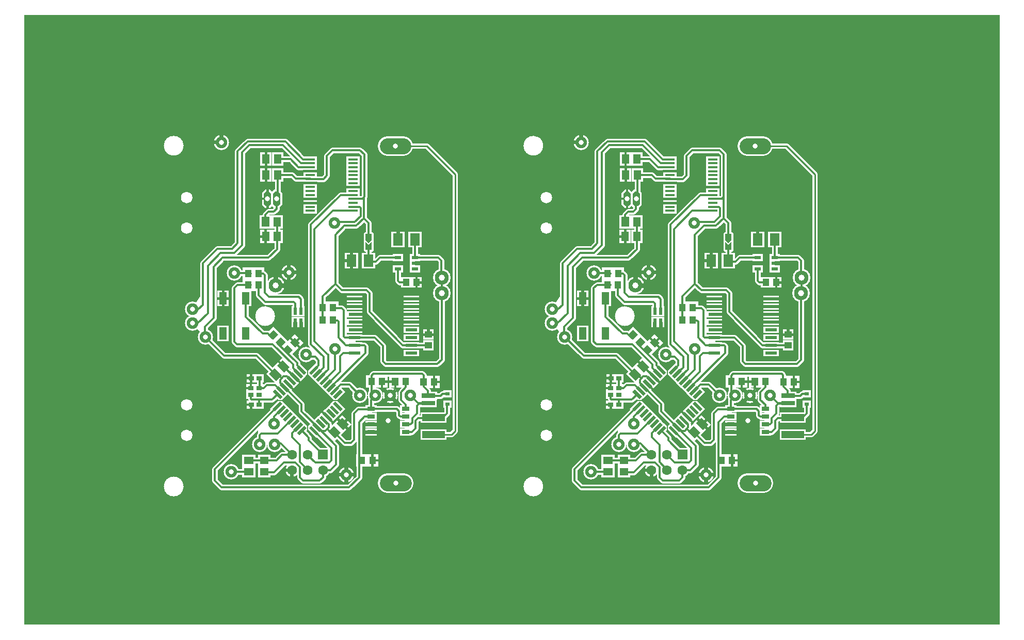
<source format=gbr>
%FSLAX34Y34*%
%MOMM*%
%LNCOPPER_TOP*%
G71*
G01*
%ADD10R,1.900X2.600*%
%ADD11R,2.580X1.130*%
%ADD12R,1.800X1.700*%
%ADD13C,2.900*%
%ADD14R,1.700X1.200*%
%ADD15R,2.200X2.600*%
%ADD16C,0.900*%
%ADD17R,1.700X1.800*%
%ADD18C,0.600*%
%ADD19R,2.000X1.900*%
%ADD20R,1.500X1.400*%
%ADD21C,2.200*%
%ADD22R,2.250X1.020*%
%ADD23R,1.900X2.200*%
%ADD24C,2.500*%
%ADD25R,2.200X1.900*%
%ADD26R,1.900X2.000*%
%ADD27R,1.910X1.250*%
%ADD28C,3.200*%
%ADD29R,2.800X1.340*%
%ADD30R,4.300X1.800*%
%ADD31R,1.400X1.200*%
%ADD32C,0.300*%
%ADD33C,0.150*%
%ADD34C,0.850*%
%ADD35R,1.200X1.800*%
%ADD36C,0.433*%
%ADD37C,0.530*%
%ADD38C,0.484*%
%ADD39C,0.767*%
%ADD40C,0.533*%
%ADD41C,0.367*%
%ADD42C,0.403*%
%ADD43C,0.398*%
%ADD44C,0.403*%
%ADD45C,0.397*%
%ADD46C,0.405*%
%ADD47C,0.389*%
%ADD48C,0.420*%
%ADD49C,0.633*%
%ADD50C,0.650*%
%ADD51C,0.400*%
%ADD52R,1.300X2.000*%
%ADD53R,1.980X0.530*%
%ADD54R,1.200X1.100*%
%ADD55C,2.300*%
%ADD56R,1.100X0.600*%
%ADD57R,1.600X2.000*%
%ADD58R,1.100X1.200*%
%ADD59R,1.400X1.300*%
%ADD60R,0.900X0.800*%
%ADD61C,1.600*%
%ADD62R,1.650X0.420*%
%ADD63R,1.300X1.600*%
%ADD64C,1.900*%
%ADD65R,1.600X1.300*%
%ADD66R,1.310X0.650*%
%ADD67R,2.650X3.000*%
%ADD68C,2.600*%
%ADD69R,2.200X0.740*%
%ADD70R,3.700X1.200*%
%ADD71R,0.800X0.600*%
%ADD72C,0.250*%
%ADD73R,0.600X1.200*%
%ADD74C,1.000*%
%ADD75C,0.000*%
%ADD76C,0.800*%
%LPD*%
G36*
X-239400Y791200D02*
X1360600Y791200D01*
X1360600Y-208800D01*
X-239400Y-208800D01*
X-239400Y791200D01*
G37*
%LPC*%
X86500Y326500D02*
G54D10*
D03*
X124000Y326500D02*
G54D10*
D03*
X86500Y269000D02*
G54D10*
D03*
X124000Y269000D02*
G54D10*
D03*
X395799Y236989D02*
G54D11*
D03*
X302099Y236989D02*
G54D11*
D03*
X395799Y249689D02*
G54D11*
D03*
X302099Y249689D02*
G54D11*
D03*
X395799Y262389D02*
G54D11*
D03*
X302099Y262389D02*
G54D11*
D03*
X395799Y275090D02*
G54D11*
D03*
X302099Y275089D02*
G54D11*
D03*
X395799Y287790D02*
G54D11*
D03*
X302099Y287789D02*
G54D11*
D03*
X395799Y300490D02*
G54D11*
D03*
X302099Y300489D02*
G54D11*
D03*
X395799Y313190D02*
G54D11*
D03*
X302099Y313190D02*
G54D11*
D03*
X395799Y325889D02*
G54D11*
D03*
X302099Y325889D02*
G54D11*
D03*
X423378Y267058D02*
G54D12*
D03*
X423378Y250058D02*
G54D12*
D03*
X445015Y334760D02*
G54D13*
D03*
X445215Y360160D02*
G54D13*
D03*
X173115Y347460D02*
G54D13*
D03*
X401115Y374760D02*
G54D14*
D03*
X373115Y374760D02*
G54D14*
D03*
X401115Y384260D02*
G54D14*
D03*
X401115Y393760D02*
G54D14*
D03*
X373115Y393760D02*
G54D14*
D03*
X401715Y423060D02*
G54D15*
D03*
X373715Y423060D02*
G54D15*
D03*
X325315Y388460D02*
G54D15*
D03*
X297315Y388460D02*
G54D15*
D03*
G54D16*
X401115Y393760D02*
X401115Y422460D01*
X401715Y423060D01*
X386814Y352560D02*
G54D17*
D03*
X403815Y352560D02*
G54D17*
D03*
G54D16*
X373115Y374760D02*
X373115Y355260D01*
X375715Y352660D01*
X386715Y352660D01*
X386815Y352560D01*
G36*
X330315Y432660D02*
X330314Y422660D01*
X325314Y417660D01*
X320315Y422660D01*
X320315Y432660D01*
X330315Y432660D01*
G37*
G54D18*
X330315Y432660D02*
X330314Y422660D01*
X325314Y417660D01*
X320315Y422660D01*
X320315Y432660D01*
X330315Y432660D01*
G36*
X330314Y419660D02*
X325314Y414660D01*
X320315Y419660D01*
X320315Y406660D01*
X330315Y406660D01*
X330314Y419660D01*
G37*
G54D18*
X330314Y419660D02*
X325314Y414660D01*
X320315Y419660D01*
X320315Y406660D01*
X330315Y406660D01*
X330314Y419660D01*
G54D16*
X325315Y387060D02*
X325314Y410660D01*
G54D16*
X373115Y393760D02*
X343514Y393760D01*
X336914Y387160D01*
X325415Y387160D01*
X325315Y387060D01*
G36*
X287081Y173391D02*
X270818Y157127D01*
X262686Y165258D01*
X278949Y181522D01*
X287081Y173391D01*
G37*
G36*
X281425Y179047D02*
X265162Y162783D01*
X257030Y170915D01*
X273293Y187179D01*
X281425Y179047D01*
G37*
G36*
X275768Y184704D02*
X259505Y168440D01*
X251373Y176572D01*
X267636Y192836D01*
X275768Y184704D01*
G37*
G36*
X270111Y190362D02*
X253848Y174098D01*
X245716Y182229D01*
X261979Y198493D01*
X270111Y190362D01*
G37*
G36*
X264454Y196019D02*
X248192Y179754D01*
X240060Y187886D01*
X256322Y204150D01*
X264454Y196019D01*
G37*
G36*
X258797Y201676D02*
X242534Y185412D01*
X234402Y193543D01*
X250664Y209807D01*
X258797Y201676D01*
G37*
G36*
X253140Y207332D02*
X236876Y191069D01*
X228745Y199201D01*
X245008Y215464D01*
X253140Y207332D01*
G37*
G36*
X247484Y212988D02*
X231219Y196727D01*
X223088Y204859D01*
X239353Y221121D01*
X247484Y212988D01*
G37*
G36*
X188090Y153592D02*
X171827Y137328D01*
X163695Y145459D01*
X179958Y161723D01*
X188090Y153592D01*
G37*
G36*
X193747Y147934D02*
X177483Y131671D01*
X169352Y139803D01*
X185616Y156066D01*
X193747Y147934D01*
G37*
G36*
X199404Y142277D02*
X183140Y126014D01*
X175009Y134146D01*
X191273Y150409D01*
X199404Y142277D01*
G37*
G36*
X205060Y136621D02*
X188797Y120357D01*
X180665Y128489D01*
X196928Y144752D01*
X205060Y136621D01*
G37*
G36*
X210718Y130963D02*
X194454Y114700D01*
X186322Y122832D01*
X202587Y139095D01*
X210718Y130963D01*
G37*
G36*
X216374Y125306D02*
X200111Y109043D01*
X191979Y117175D01*
X208243Y133438D01*
X216374Y125306D01*
G37*
G36*
X222030Y119650D02*
X205768Y103386D01*
X197636Y111517D01*
X213898Y127781D01*
X222030Y119650D01*
G37*
G36*
X227687Y113992D02*
X211423Y97728D01*
X203292Y105860D01*
X219555Y122124D01*
X227687Y113992D01*
G37*
G36*
X270819Y161723D02*
X287082Y145459D01*
X278950Y137327D01*
X262687Y153592D01*
X270819Y161723D01*
G37*
G36*
X265162Y156066D02*
X281426Y139803D01*
X273294Y131671D01*
X257030Y147934D01*
X265162Y156066D01*
G37*
G36*
X259506Y150410D02*
X275769Y134146D01*
X267637Y126014D01*
X251374Y142279D01*
X259506Y150410D01*
G37*
G36*
X253849Y144752D02*
X270112Y128489D01*
X261981Y120357D01*
X245717Y136621D01*
X253849Y144752D01*
G37*
G36*
X248191Y139094D02*
X264455Y122832D01*
X256324Y114700D01*
X240060Y130962D01*
X248191Y139094D01*
G37*
G36*
X242536Y133437D02*
X258799Y117174D01*
X250667Y109042D01*
X234404Y125306D01*
X242536Y133437D01*
G37*
G36*
X236878Y127780D02*
X253142Y111516D01*
X245010Y103385D01*
X228746Y119648D01*
X236878Y127780D01*
G37*
G36*
X231221Y122123D02*
X247485Y105860D01*
X239353Y97728D01*
X223090Y113991D01*
X231221Y122123D01*
G37*
G36*
X211422Y221122D02*
X227686Y204858D01*
X219554Y196727D01*
X203290Y212990D01*
X211422Y221122D01*
G37*
G36*
X205767Y215466D02*
X222029Y199201D01*
X213896Y191070D01*
X197634Y207335D01*
X205767Y215466D01*
G37*
G36*
X200110Y209809D02*
X216373Y193545D01*
X208241Y185414D01*
X191978Y201677D01*
X200110Y209809D01*
G37*
G36*
X194453Y204152D02*
X210716Y187888D01*
X202584Y179756D01*
X186321Y196020D01*
X194453Y204152D01*
G37*
G36*
X188798Y198494D02*
X205061Y182230D01*
X196929Y174098D01*
X180666Y190362D01*
X188798Y198494D01*
G37*
G36*
X183141Y192835D02*
X199404Y176572D01*
X191273Y168440D01*
X175009Y184704D01*
X183141Y192835D01*
G37*
G36*
X177483Y187179D02*
X193747Y170916D01*
X185615Y162784D01*
X169352Y179047D01*
X177483Y187179D01*
G37*
G36*
X171826Y181521D02*
X188090Y165259D01*
X179959Y157127D01*
X163694Y173389D01*
X171826Y181521D01*
G37*
G36*
X254744Y108363D02*
X268179Y121798D01*
X283735Y106241D01*
X270299Y92806D01*
X254744Y108363D01*
G37*
G36*
X268177Y121796D02*
X281612Y135232D01*
X297169Y119676D01*
X283734Y106240D01*
X268177Y121796D01*
G37*
G36*
X157740Y202880D02*
X171175Y216314D01*
X186731Y200757D01*
X173296Y187323D01*
X157740Y202880D01*
G37*
G36*
X171176Y216314D02*
X184612Y229749D01*
X200167Y214192D01*
X186732Y200757D01*
X171176Y216314D01*
G37*
G54D16*
X198517Y191951D02*
X191749Y198718D01*
X185702Y198718D01*
X180045Y193061D01*
X180045Y188112D01*
X187203Y180954D01*
X187203Y180637D01*
G54D16*
X241052Y116182D02*
X247819Y109415D01*
X253866Y109415D01*
X259523Y115072D01*
X259523Y120022D01*
X252366Y127179D01*
X252365Y127496D01*
G54D16*
X187203Y180637D02*
X214941Y152899D01*
X214941Y141549D01*
X240906Y115583D01*
X240943Y115583D01*
G54D16*
X185671Y215249D02*
X203312Y197608D01*
X204173Y197608D01*
G54D16*
X182530Y195649D02*
X176364Y201815D01*
X172236Y201815D01*
X153820Y42045D02*
G54D19*
D03*
X153820Y61045D02*
G54D19*
D03*
X132134Y168311D02*
G54D20*
D03*
X146034Y168310D02*
G54D20*
D03*
X132134Y179311D02*
G54D20*
D03*
X146034Y179311D02*
G54D20*
D03*
X145573Y152198D02*
G54D20*
D03*
X132574Y152198D02*
G54D20*
D03*
X145642Y195826D02*
G54D20*
D03*
X132643Y195827D02*
G54D20*
D03*
G54D16*
X146048Y179304D02*
X146048Y195421D01*
X145643Y195827D01*
X199426Y44880D02*
G54D21*
D03*
X224826Y44880D02*
G54D21*
D03*
X250226Y44880D02*
G54D21*
D03*
X199426Y70280D02*
G54D21*
D03*
X224826Y70280D02*
G54D21*
D03*
G54D16*
X250226Y70280D02*
X226679Y93827D01*
X226679Y98429D01*
X215487Y109621D01*
X215487Y109927D01*
G54D16*
X224684Y70139D02*
X237548Y57276D01*
X260479Y57276D01*
X264014Y60811D01*
X264014Y81317D01*
X235546Y109785D01*
X235145Y109785D01*
G54D16*
X209830Y115583D02*
X199950Y105704D01*
X199950Y98995D01*
X212325Y86620D01*
X212325Y57912D01*
X224826Y45411D01*
X224826Y44880D01*
G54D16*
X240943Y115583D02*
X271651Y84875D01*
X271651Y53740D01*
X262792Y44880D01*
X250226Y44880D01*
G54D16*
X269239Y107302D02*
X262766Y107302D01*
X257539Y112529D01*
G54D16*
X132134Y168311D02*
X132134Y161434D01*
X133239Y160329D01*
X166897Y160329D01*
X175892Y169324D01*
G54D16*
X145573Y152198D02*
X145573Y159695D01*
X145339Y159929D01*
G54D16*
X181549Y174981D02*
X181387Y174981D01*
X171939Y184429D01*
X158139Y184429D01*
X153039Y179329D01*
X146052Y179329D01*
X146034Y179311D01*
G54D16*
X250226Y44880D02*
X250226Y33316D01*
X244839Y27929D01*
X217339Y27929D01*
X212239Y33029D01*
X212239Y49929D01*
X204739Y57429D01*
X186439Y57429D01*
X170439Y41429D01*
X154436Y41429D01*
X153820Y42045D01*
X299643Y470275D02*
G54D22*
D03*
X299644Y476775D02*
G54D22*
D03*
X299644Y483275D02*
G54D22*
D03*
X299644Y489775D02*
G54D22*
D03*
X299644Y496275D02*
G54D22*
D03*
X299644Y502775D02*
G54D22*
D03*
X299644Y509275D02*
G54D22*
D03*
X299644Y515775D02*
G54D22*
D03*
X299644Y522275D02*
G54D22*
D03*
X299644Y528775D02*
G54D22*
D03*
X299644Y535275D02*
G54D22*
D03*
X299644Y541775D02*
G54D22*
D03*
X299644Y548275D02*
G54D22*
D03*
X299644Y554775D02*
G54D22*
D03*
X229644Y470275D02*
G54D22*
D03*
X229644Y476775D02*
G54D22*
D03*
X229644Y483275D02*
G54D22*
D03*
X229644Y489775D02*
G54D22*
D03*
X229644Y496275D02*
G54D22*
D03*
X229644Y502775D02*
G54D22*
D03*
X229644Y509275D02*
G54D22*
D03*
X229644Y515775D02*
G54D22*
D03*
X229644Y522275D02*
G54D22*
D03*
X229644Y528775D02*
G54D22*
D03*
X229644Y535275D02*
G54D22*
D03*
X229644Y541775D02*
G54D22*
D03*
X229644Y548275D02*
G54D22*
D03*
X229644Y554775D02*
G54D22*
D03*
X175250Y427900D02*
G54D23*
D03*
X156250Y427900D02*
G54D23*
D03*
G36*
X146686Y463057D02*
X165686Y463057D01*
X165686Y441057D01*
X146686Y441057D01*
X146686Y463057D01*
G37*
X175186Y452057D02*
G54D23*
D03*
X175882Y529170D02*
G54D23*
D03*
X156882Y529170D02*
G54D23*
D03*
X175768Y555523D02*
G54D23*
D03*
X156767Y555523D02*
G54D23*
D03*
X36750Y309030D02*
G54D24*
D03*
X84000Y582638D02*
G54D24*
D03*
G54D16*
X401115Y393760D02*
X439502Y393760D01*
X444862Y388400D01*
X444862Y360512D01*
X445215Y360160D01*
X445215Y334960D01*
X445015Y334760D01*
X445015Y226352D01*
X437562Y218900D01*
X353475Y218900D01*
X348715Y223660D01*
X348715Y248873D01*
X335198Y262389D01*
X302099Y262389D01*
G54D16*
X302099Y249689D02*
X318448Y249689D01*
X320187Y247950D01*
X320187Y237255D01*
X263571Y180638D01*
G54D16*
X257914Y186295D02*
X258533Y186295D01*
X278912Y206675D01*
X278912Y232075D01*
X283675Y236838D01*
X301947Y236838D01*
X302099Y236989D01*
X57200Y263222D02*
G54D24*
D03*
X36450Y285930D02*
G54D24*
D03*
G54D16*
X175186Y452057D02*
X175186Y427964D01*
X175250Y427900D01*
G54D16*
X175882Y529170D02*
X199630Y529170D01*
X206100Y522700D01*
X229219Y522700D01*
X229644Y522275D01*
G54D16*
X175768Y555523D02*
X196877Y555523D01*
X210300Y542100D01*
X229319Y542100D01*
X229644Y541775D01*
G54D16*
X229644Y522275D02*
X251075Y522275D01*
X256800Y528000D01*
X256800Y560700D01*
X265800Y569700D01*
X310800Y569700D01*
X318000Y562500D01*
X318000Y493200D01*
X314900Y490100D01*
X299968Y490100D01*
X299644Y489775D01*
G54D16*
X395799Y249689D02*
X381085Y249690D01*
X326515Y304260D01*
X326515Y335260D01*
X321715Y340060D01*
X281240Y340060D01*
X270600Y350700D01*
X270600Y431200D01*
X285500Y446100D01*
X305000Y446100D01*
X317200Y458300D01*
X317200Y492400D01*
X318000Y493200D01*
G54D16*
X324900Y426600D02*
X324900Y450600D01*
X317200Y458300D01*
X269600Y450700D02*
G54D24*
D03*
G54D16*
X299644Y476775D02*
X310324Y476775D01*
X312000Y475100D01*
X312000Y461200D01*
X302600Y451800D01*
X270700Y451800D01*
X269600Y450700D01*
X100000Y42400D02*
G54D24*
D03*
X128323Y60818D02*
G54D25*
D03*
X128323Y41820D02*
G54D25*
D03*
G54D16*
X100000Y42400D02*
X127743Y42400D01*
X128323Y41820D01*
G54D16*
X128323Y60818D02*
X153592Y60818D01*
X153820Y61045D01*
G54D16*
X153820Y61045D02*
X174045Y61045D01*
X183100Y70100D01*
X199246Y70100D01*
X199426Y70280D01*
X270100Y243400D02*
G54D24*
D03*
G54D16*
X270100Y243400D02*
X270100Y209795D01*
X252257Y191952D01*
X170700Y87000D02*
G54D24*
D03*
X249600Y311700D02*
G54D26*
D03*
X266600Y311700D02*
G54D26*
D03*
X249900Y291500D02*
G54D26*
D03*
X266900Y291500D02*
G54D26*
D03*
G54D16*
X395799Y249689D02*
X423010Y249689D01*
X423378Y250058D01*
G54D16*
X249900Y291500D02*
X249900Y311400D01*
X249600Y311700D01*
X249600Y329700D01*
X270600Y350700D01*
G54D16*
X302099Y262389D02*
X286311Y262389D01*
X284800Y263900D01*
X284800Y307200D01*
X281100Y310900D01*
X267400Y310900D01*
X266600Y311700D01*
G54D16*
X302099Y249689D02*
X288210Y249689D01*
X275900Y262000D01*
X275900Y288700D01*
X274000Y290600D01*
X267800Y290600D01*
X266900Y291500D01*
X386000Y145100D02*
G54D27*
D03*
X386000Y132400D02*
G54D27*
D03*
X386000Y119700D02*
G54D27*
D03*
X386000Y107000D02*
G54D27*
D03*
X329100Y145100D02*
G54D27*
D03*
X329100Y132400D02*
G54D27*
D03*
X329100Y119700D02*
G54D27*
D03*
X329100Y107000D02*
G54D27*
D03*
G54D28*
X356700Y23400D02*
X382700Y23400D01*
G54D28*
X356200Y576200D02*
X382200Y576200D01*
X330100Y190000D02*
G54D26*
D03*
X347100Y190000D02*
G54D26*
D03*
G36*
X359400Y200000D02*
X378400Y200000D01*
X378400Y180000D01*
X359400Y180000D01*
X359400Y200000D01*
G37*
X385900Y190000D02*
G54D26*
D03*
G36*
X406000Y199700D02*
X425000Y199700D01*
X425000Y179700D01*
X406000Y179700D01*
X406000Y199700D01*
G37*
X432500Y189700D02*
G54D26*
D03*
G36*
X409400Y173600D02*
X437400Y173600D01*
X437400Y160200D01*
X409400Y160200D01*
X409400Y173600D01*
G37*
X423400Y154400D02*
G54D29*
D03*
X431400Y130900D02*
G54D30*
D03*
X431400Y130900D02*
G54D30*
D03*
X431400Y102900D02*
G54D30*
D03*
X454275Y170088D02*
G54D31*
D03*
X454275Y153087D02*
G54D31*
D03*
G54D16*
X386000Y107000D02*
X396000Y107000D01*
X402300Y113300D01*
X402300Y126200D01*
X406400Y130300D01*
X430800Y130300D01*
X431400Y130900D01*
G54D16*
X431400Y130900D02*
X447200Y130900D01*
X454100Y137800D01*
X454100Y152913D01*
X454275Y153088D01*
G54D16*
X386000Y119700D02*
X393600Y119700D01*
X396700Y122800D01*
X396700Y130400D01*
X404300Y138000D01*
X404300Y150900D01*
X407700Y154300D01*
X423300Y154300D01*
X423400Y154400D01*
X393900Y167200D02*
G54D24*
D03*
G54D16*
X423400Y154400D02*
X406700Y154400D01*
X393900Y167200D01*
G54D16*
X330100Y190000D02*
X330100Y199700D01*
X333100Y202700D01*
X413100Y202700D01*
X415300Y200500D01*
X415300Y189900D01*
X415500Y189700D01*
G54D16*
X386000Y145100D02*
X386000Y152300D01*
X378100Y160200D01*
X378100Y172900D01*
X386000Y180800D01*
X386000Y189900D01*
X385900Y190000D01*
G54D16*
X415500Y189700D02*
X415500Y182100D01*
X422600Y175000D01*
X422600Y167700D01*
X423400Y166900D01*
G54D16*
X423400Y166900D02*
X443400Y166900D01*
X446300Y169800D01*
X453987Y169800D01*
X454275Y170088D01*
X360600Y167300D02*
G54D24*
D03*
G54D16*
X386000Y132400D02*
X377800Y132400D01*
X375400Y134800D01*
X375400Y141400D01*
X371700Y145100D01*
X329100Y145100D01*
G36*
X385900Y190000D02*
X385900Y201300D01*
X387000Y202400D01*
X412800Y202400D01*
X413100Y202700D01*
X413100Y192100D01*
X415500Y189700D01*
X415500Y182100D01*
X422600Y175000D01*
X422600Y155200D01*
X423400Y154400D01*
X407800Y154400D01*
X404300Y150900D01*
X404300Y132400D01*
X406400Y130300D01*
X402300Y126200D01*
X402300Y113300D01*
X396000Y107000D01*
X386000Y107000D01*
X386000Y145100D01*
X386000Y152300D01*
X378100Y160200D01*
X378100Y172900D01*
X386000Y180800D01*
X386000Y201200D01*
X385900Y201300D01*
X385900Y190000D01*
G37*
G54D32*
X385900Y190000D02*
X385900Y201300D01*
X387000Y202400D01*
X412800Y202400D01*
X413100Y202700D01*
X413100Y192100D01*
X415500Y189700D01*
X415500Y182100D01*
X422600Y175000D01*
X422600Y155200D01*
X423400Y154400D01*
X407800Y154400D01*
X404300Y150900D01*
X404300Y132400D01*
X406400Y130300D01*
X402300Y126200D01*
X402300Y113300D01*
X396000Y107000D01*
X386000Y107000D01*
X386000Y145100D01*
X386000Y152300D01*
X378100Y160200D01*
X378100Y172900D01*
X386000Y180800D01*
X386000Y201200D01*
X385900Y201300D01*
X385900Y190000D01*
G36*
X249600Y311700D02*
X280000Y311700D01*
X282900Y308800D01*
X282900Y265800D01*
X286311Y262389D01*
X283489Y262389D01*
X280100Y259000D01*
X278900Y259000D01*
X275900Y262000D01*
X275900Y288700D01*
X274000Y290600D01*
X250800Y290600D01*
X249900Y291500D01*
X249900Y311400D01*
X249600Y311700D01*
G37*
G54D32*
X249600Y311700D02*
X280000Y311700D01*
X282900Y308800D01*
X282900Y265800D01*
X286311Y262389D01*
X283489Y262389D01*
X280100Y259000D01*
X278900Y259000D01*
X275900Y262000D01*
X275900Y288700D01*
X274000Y290600D01*
X250800Y290600D01*
X249900Y291500D01*
X249900Y311400D01*
X249600Y311700D01*
G36*
X146034Y179311D02*
X153021Y179311D01*
X158139Y184429D01*
X172102Y184429D01*
X181549Y174981D01*
X166897Y160329D01*
X146207Y160329D01*
X145573Y159695D01*
X145573Y178850D01*
X146034Y179311D01*
G37*
G54D32*
X146034Y179311D02*
X153021Y179311D01*
X158139Y184429D01*
X172102Y184429D01*
X181549Y174981D01*
X166897Y160329D01*
X146207Y160329D01*
X145573Y159695D01*
X145573Y178850D01*
X146034Y179311D01*
G36*
X150300Y499735D02*
X155565Y505000D01*
X163035Y505000D01*
X168300Y499735D01*
X168300Y480265D01*
X163035Y475000D01*
X155565Y475000D01*
X150300Y480265D01*
X150300Y499735D01*
G37*
G36*
X165300Y499735D02*
X170565Y505000D01*
X178035Y505000D01*
X183300Y499735D01*
X183300Y480265D01*
X178035Y475000D01*
X170565Y475000D01*
X165300Y480265D01*
X165300Y499735D01*
G37*
G54D16*
X175882Y529170D02*
X175882Y491582D01*
X174300Y490000D01*
G54D16*
X156186Y452057D02*
X156186Y463886D01*
X160900Y468600D01*
X169200Y468600D01*
X174100Y473500D01*
X174100Y489800D01*
X174300Y490000D01*
X194500Y369300D02*
G54D24*
D03*
G54D32*
G75*
G01X20000Y577000D02*
G03X20000Y577000I-14500J0D01*
G01*
G36*
G75*
G01X20000Y577000D02*
G03X20000Y577000I-14500J0D01*
G01*
G37*
X20000Y577000D01*
G54D32*
G75*
G01X20000Y18000D02*
G03X20000Y18000I-14500J0D01*
G01*
G36*
G75*
G01X20000Y18000D02*
G03X20000Y18000I-14500J0D01*
G01*
G37*
X20000Y18000D01*
G54D32*
G75*
G01X170000Y297500D02*
G03X170000Y297500I-14500J0D01*
G01*
G36*
G75*
G01X170000Y297500D02*
G03X170000Y297500I-14500J0D01*
G01*
G37*
X170000Y297500D01*
G54D32*
G75*
G01X34616Y491958D02*
G03X34616Y491958I-7808J0D01*
G01*
G36*
G75*
G01X34616Y491958D02*
G03X34616Y491958I-7808J0D01*
G01*
G37*
X34616Y491958D01*
G54D32*
G75*
G01X34616Y441958D02*
G03X34616Y441958I-7808J0D01*
G01*
G36*
G75*
G01X34616Y441958D02*
G03X34616Y441958I-7808J0D01*
G01*
G37*
X34616Y441958D01*
G54D32*
G75*
G01X34616Y151958D02*
G03X34616Y151958I-7808J0D01*
G01*
G36*
G75*
G01X34616Y151958D02*
G03X34616Y151958I-7808J0D01*
G01*
G37*
X34616Y151958D01*
G54D32*
G75*
G01X34616Y101958D02*
G03X34616Y101958I-7808J0D01*
G01*
G36*
G75*
G01X34616Y101958D02*
G03X34616Y101958I-7808J0D01*
G01*
G37*
X34616Y101958D01*
G54D16*
X329100Y132400D02*
X318100Y132400D01*
X309500Y123800D01*
X309500Y32800D01*
X293200Y16500D01*
X84000Y16500D01*
X72900Y27600D01*
X72900Y46533D01*
X175893Y149526D01*
X288900Y37400D02*
G54D24*
D03*
G36*
X215489Y109926D02*
X215489Y109619D01*
X226679Y98429D01*
X226679Y93827D01*
X250226Y70280D01*
X254545Y70280D01*
X264014Y60811D01*
X264580Y60811D01*
X271651Y53740D01*
X262792Y44880D01*
X250226Y44880D01*
X250226Y33316D01*
X244839Y27929D01*
X217339Y27929D01*
X212239Y33029D01*
X212239Y49929D01*
X204739Y57429D01*
X186439Y57429D01*
X170439Y41429D01*
X154436Y41429D01*
X153820Y42045D01*
X153820Y61045D01*
X174045Y61045D01*
X183100Y70100D01*
X207800Y70100D01*
X211000Y73300D01*
X211000Y87945D01*
X199950Y98995D01*
X199953Y105704D01*
X209833Y115582D01*
X215489Y109926D01*
G37*
G54D32*
X215489Y109926D02*
X215489Y109619D01*
X226679Y98429D01*
X226679Y93827D01*
X250226Y70280D01*
X254545Y70280D01*
X264014Y60811D01*
X264580Y60811D01*
X271651Y53740D01*
X262792Y44880D01*
X250226Y44880D01*
X250226Y33316D01*
X244839Y27929D01*
X217339Y27929D01*
X212239Y33029D01*
X212239Y49929D01*
X204739Y57429D01*
X186439Y57429D01*
X170439Y41429D01*
X154436Y41429D01*
X153820Y42045D01*
X153820Y61045D01*
X174045Y61045D01*
X183100Y70100D01*
X207800Y70100D01*
X211000Y73300D01*
X211000Y87945D01*
X199950Y98995D01*
X199953Y105704D01*
X209833Y115582D01*
X215489Y109926D01*
G54D16*
X269239Y107302D02*
X269239Y106860D01*
X286100Y90000D01*
X296600Y90000D01*
X301200Y94600D01*
X301200Y137900D01*
X308300Y145000D01*
X329000Y145000D01*
X329100Y145100D01*
G36*
X329100Y145100D02*
X329100Y132400D01*
X318100Y132400D01*
X309500Y123800D01*
X301800Y123800D01*
X301700Y123700D01*
X301700Y138400D01*
X308300Y145000D01*
X329000Y145000D01*
X329100Y145100D01*
G37*
G54D32*
X329100Y145100D02*
X329100Y132400D01*
X318100Y132400D01*
X309500Y123800D01*
X301800Y123800D01*
X301700Y123700D01*
X301700Y138400D01*
X308300Y145000D01*
X329000Y145000D01*
X329100Y145100D01*
G54D16*
X36450Y285930D02*
X45229Y285930D01*
X61600Y302300D01*
X61600Y380400D01*
X82000Y400800D01*
X104800Y400800D01*
X117700Y413700D01*
X117700Y566100D01*
X129400Y577800D01*
X184600Y577800D01*
X214200Y548200D01*
X229568Y548200D01*
X229644Y548275D01*
G54D16*
X36750Y309030D02*
X46129Y309030D01*
X53100Y316000D01*
X53100Y384400D01*
X77000Y408300D01*
X101300Y408300D01*
X110300Y417300D01*
X110300Y567700D01*
X126700Y584100D01*
X188400Y584100D01*
X217700Y554800D01*
X229619Y554800D01*
X229644Y554775D01*
G36*
X181549Y174981D02*
X172102Y184429D01*
X172102Y201684D01*
X172237Y201818D01*
X185672Y215253D01*
X186534Y215253D01*
X204176Y197608D01*
X181549Y174981D01*
G37*
G54D33*
X181549Y174981D02*
X172102Y184429D01*
X172102Y201684D01*
X172237Y201818D01*
X185672Y215253D01*
X186534Y215253D01*
X204176Y197608D01*
X181549Y174981D01*
G36*
X36450Y285930D02*
X57200Y263222D01*
X56400Y280000D01*
X70808Y294408D01*
X70808Y378508D01*
X58992Y378508D01*
X53100Y384400D01*
X53100Y334100D01*
X51400Y332400D01*
X36750Y309030D01*
X36450Y285930D01*
G37*
G54D33*
X36450Y285930D02*
X57200Y263222D01*
X56400Y280000D01*
X70808Y294408D01*
X70808Y378508D01*
X58992Y378508D01*
X53100Y384400D01*
X53100Y334100D01*
X51400Y332400D01*
X36750Y309030D01*
X36450Y285930D01*
G54D34*
X431400Y102900D02*
X461500Y102900D01*
X467400Y108800D01*
X467400Y530200D01*
X421200Y576400D01*
X369400Y576400D01*
X369200Y576200D01*
G54D16*
X172236Y201818D02*
X141554Y232500D01*
X87922Y232500D01*
X57200Y263222D01*
G54D16*
X175250Y427900D02*
X175250Y407350D01*
X161100Y393200D01*
X85500Y393200D01*
X70808Y378508D01*
X70808Y294408D01*
X56400Y280000D01*
X56400Y264022D01*
X57200Y263222D01*
X223000Y234300D02*
G54D24*
D03*
G54D16*
X235286Y208924D02*
X235424Y208924D01*
X243100Y216600D01*
X243100Y225300D01*
X237600Y230800D01*
X226500Y230800D01*
X223000Y234300D01*
X314500Y60900D02*
G54D26*
D03*
X331500Y60900D02*
G54D26*
D03*
X144540Y367179D02*
G54D26*
D03*
X127540Y367179D02*
G54D26*
D03*
G54D16*
X246599Y197609D02*
X259000Y210010D01*
X259000Y233900D01*
X258700Y234200D01*
X258500Y234200D01*
X236500Y256200D01*
X236500Y440400D01*
X266375Y470275D01*
X299644Y470275D01*
G54D16*
X240942Y203266D02*
X251300Y213624D01*
X251300Y230900D01*
X230700Y251500D01*
X230700Y447800D01*
X279175Y496275D01*
X299644Y496275D01*
G36*
X263571Y180638D02*
X320187Y237255D01*
X320187Y247950D01*
X303838Y247950D01*
X302099Y249689D01*
X302099Y262389D01*
X286311Y262389D01*
X286311Y305689D01*
X281100Y310900D01*
X267400Y310900D01*
X266600Y311700D01*
X249600Y311700D01*
X249600Y329700D01*
X270600Y350700D01*
X270600Y431200D01*
X285500Y446100D01*
X305000Y446100D01*
X317200Y458300D01*
X317200Y487800D01*
X314900Y490100D01*
X299968Y490100D01*
X299644Y489775D01*
X299644Y496275D01*
X279175Y496275D01*
X230700Y447800D01*
X230700Y242000D01*
X223000Y234300D01*
X234100Y234300D01*
X243100Y225300D01*
X243100Y216737D01*
X235286Y208922D01*
X263571Y180638D01*
G37*
G54D32*
X263571Y180638D02*
X320187Y237255D01*
X320187Y247950D01*
X303838Y247950D01*
X302099Y249689D01*
X302099Y262389D01*
X286311Y262389D01*
X286311Y305689D01*
X281100Y310900D01*
X267400Y310900D01*
X266600Y311700D01*
X249600Y311700D01*
X249600Y329700D01*
X270600Y350700D01*
X270600Y431200D01*
X285500Y446100D01*
X305000Y446100D01*
X317200Y458300D01*
X317200Y487800D01*
X314900Y490100D01*
X299968Y490100D01*
X299644Y489775D01*
X299644Y496275D01*
X279175Y496275D01*
X230700Y447800D01*
X230700Y242000D01*
X223000Y234300D01*
X234100Y234300D01*
X243100Y225300D01*
X243100Y216737D01*
X235286Y208922D01*
X263571Y180638D01*
G36*
X168947Y280507D02*
X182381Y267072D01*
X168239Y252930D01*
X154804Y266365D01*
X168947Y280507D01*
G37*
G36*
X180967Y268487D02*
X194402Y255051D01*
X180260Y240909D01*
X166825Y254345D01*
X180967Y268487D01*
G37*
G54D16*
X215488Y208924D02*
X215476Y208924D01*
X207900Y216500D01*
X207900Y221000D01*
X176200Y252600D01*
G54D16*
X124000Y326500D02*
X124000Y296600D01*
X151300Y269300D01*
X159600Y269300D01*
X167200Y261700D01*
G36*
X218423Y253666D02*
X204988Y240231D01*
X190845Y254372D01*
X204280Y267808D01*
X218423Y253666D01*
G37*
G36*
X206402Y241645D02*
X192968Y228209D01*
X178825Y242351D01*
X192260Y255787D01*
X206402Y241645D01*
G37*
X146100Y87300D02*
G54D24*
D03*
G36*
X178500Y151500D02*
X178000Y151500D01*
X151200Y124700D01*
X151200Y96300D01*
X146100Y88800D01*
X170700Y88500D01*
X175400Y96000D01*
X175700Y95700D01*
X175700Y94006D01*
X199426Y70280D01*
X224826Y70280D01*
X224826Y74120D01*
X199950Y98995D01*
X199950Y105701D01*
X209833Y115585D01*
X175893Y149526D01*
X175893Y149393D01*
X151200Y124700D01*
X146100Y88800D01*
X145500Y119300D01*
X178500Y151500D01*
G37*
G54D32*
X178500Y151500D02*
X178000Y151500D01*
X151200Y124700D01*
X151200Y96300D01*
X146100Y88800D01*
X170700Y88500D01*
X175400Y96000D01*
X175700Y95700D01*
X175700Y94006D01*
X199426Y70280D01*
X224826Y70280D01*
X224826Y74120D01*
X199950Y98995D01*
X199950Y105701D01*
X209833Y115585D01*
X175893Y149526D01*
X175893Y149393D01*
X151200Y124700D01*
X146100Y88800D01*
X145500Y119300D01*
X178500Y151500D01*
X311100Y167400D02*
G54D24*
D03*
G54D16*
X269228Y174981D02*
X269228Y175228D01*
X279100Y185100D01*
X293400Y185100D01*
X311100Y167400D01*
X336000Y167200D02*
G54D24*
D03*
G54D16*
X329100Y145100D02*
X329100Y160300D01*
X336000Y167200D01*
G54D16*
X330100Y190000D02*
X330100Y173100D01*
X336000Y167200D01*
X170500Y120600D02*
G54D24*
D03*
G54D16*
X170700Y88500D02*
X181206Y88500D01*
X199426Y70280D01*
X104700Y367800D02*
G54D24*
D03*
G54D16*
X170500Y120600D02*
X170500Y132819D01*
X181550Y143868D01*
G54D16*
X146100Y88800D02*
X146100Y102200D01*
X148700Y104800D01*
X176423Y104800D01*
X198520Y126897D01*
X144440Y348679D02*
G54D26*
D03*
X127440Y348679D02*
G54D26*
D03*
G54D16*
X104700Y367800D02*
X124518Y367800D01*
X132040Y367179D01*
X214407Y287916D02*
G54D35*
D03*
X204907Y287916D02*
G54D35*
D03*
X214407Y305917D02*
G54D35*
D03*
X204907Y305917D02*
G54D35*
D03*
G54D16*
X209832Y203268D02*
X209832Y203368D01*
X201200Y212000D01*
X201200Y217900D01*
X168000Y251100D01*
X109400Y251100D01*
X104600Y255900D01*
X104600Y343300D01*
X109900Y348600D01*
X131861Y348600D01*
X131940Y348679D01*
G54D16*
X144540Y367179D02*
X152621Y367179D01*
X155100Y364700D01*
X155100Y336200D01*
X162100Y329200D01*
X210600Y329200D01*
X214600Y325200D01*
X214600Y306110D01*
X214407Y305917D01*
G54D16*
X144440Y348679D02*
X144440Y331860D01*
X155400Y320900D01*
X202200Y320900D01*
X204900Y318200D01*
X204900Y305924D01*
X204907Y305917D01*
G36*
X144540Y367179D02*
X152621Y367179D01*
X155100Y364700D01*
X155100Y352300D01*
X156700Y350700D01*
X169875Y350700D01*
X173115Y347460D01*
X173115Y331585D01*
X174800Y329900D01*
X209900Y329900D01*
X214600Y325200D01*
X214600Y306110D01*
X214407Y305917D01*
X204907Y305917D01*
X204907Y318193D01*
X202200Y320900D01*
X155400Y320900D01*
X144440Y331860D01*
X144440Y348679D01*
X144440Y367079D01*
X144540Y367179D01*
G37*
G54D32*
X144540Y367179D02*
X152621Y367179D01*
X155100Y364700D01*
X155100Y352300D01*
X156700Y350700D01*
X169875Y350700D01*
X173115Y347460D01*
X173115Y331585D01*
X174800Y329900D01*
X209900Y329900D01*
X214600Y325200D01*
X214600Y306110D01*
X214407Y305917D01*
X204907Y305917D01*
X204907Y318193D01*
X202200Y320900D01*
X155400Y320900D01*
X144440Y331860D01*
X144440Y348679D01*
X144440Y367079D01*
X144540Y367179D01*
G36*
X239226Y81280D02*
X261226Y81280D01*
X261226Y59280D01*
X239226Y59280D01*
X239226Y81280D01*
G37*
G36*
X127440Y348679D02*
X127440Y329940D01*
X124000Y326500D01*
X124000Y296600D01*
X151300Y269300D01*
X166012Y269300D01*
X168593Y266719D01*
X180614Y254698D01*
X171598Y254698D01*
X168000Y251100D01*
X109400Y251100D01*
X104600Y255900D01*
X104600Y343300D01*
X109900Y348600D01*
X127361Y348600D01*
X127440Y348679D01*
G37*
G54D32*
X127440Y348679D02*
X127440Y329940D01*
X124000Y326500D01*
X124000Y296600D01*
X151300Y269300D01*
X166012Y269300D01*
X168593Y266719D01*
X180614Y254698D01*
X171598Y254698D01*
X168000Y251100D01*
X109400Y251100D01*
X104600Y255900D01*
X104600Y343300D01*
X109900Y348600D01*
X127361Y348600D01*
X127440Y348679D01*
X676500Y326500D02*
G54D10*
D03*
X714000Y326500D02*
G54D10*
D03*
X676500Y269000D02*
G54D10*
D03*
X714000Y269000D02*
G54D10*
D03*
X985799Y236989D02*
G54D11*
D03*
X892099Y236989D02*
G54D11*
D03*
X985799Y249689D02*
G54D11*
D03*
X892099Y249689D02*
G54D11*
D03*
X985799Y262389D02*
G54D11*
D03*
X892099Y262389D02*
G54D11*
D03*
X985799Y275090D02*
G54D11*
D03*
X892099Y275089D02*
G54D11*
D03*
X985799Y287790D02*
G54D11*
D03*
X892099Y287789D02*
G54D11*
D03*
X985799Y300490D02*
G54D11*
D03*
X892099Y300489D02*
G54D11*
D03*
X985799Y313190D02*
G54D11*
D03*
X892099Y313190D02*
G54D11*
D03*
X985799Y325889D02*
G54D11*
D03*
X892099Y325889D02*
G54D11*
D03*
X1013378Y267058D02*
G54D12*
D03*
X1013378Y250058D02*
G54D12*
D03*
X1035015Y334760D02*
G54D13*
D03*
X1035215Y360160D02*
G54D13*
D03*
X763115Y347460D02*
G54D13*
D03*
X991115Y374760D02*
G54D14*
D03*
X963115Y374760D02*
G54D14*
D03*
X991115Y384260D02*
G54D14*
D03*
X991115Y393760D02*
G54D14*
D03*
X963115Y393760D02*
G54D14*
D03*
X991715Y423060D02*
G54D15*
D03*
X963715Y423060D02*
G54D15*
D03*
X915315Y388460D02*
G54D15*
D03*
X887315Y388460D02*
G54D15*
D03*
G54D16*
X991115Y393760D02*
X991115Y422460D01*
X991715Y423060D01*
X976814Y352560D02*
G54D17*
D03*
X993815Y352560D02*
G54D17*
D03*
G54D16*
X963115Y374760D02*
X963115Y355260D01*
X965715Y352660D01*
X976715Y352660D01*
X976815Y352560D01*
G36*
X920315Y432660D02*
X920314Y422660D01*
X915314Y417660D01*
X910315Y422660D01*
X910315Y432660D01*
X920315Y432660D01*
G37*
G54D18*
X920315Y432660D02*
X920314Y422660D01*
X915314Y417660D01*
X910315Y422660D01*
X910315Y432660D01*
X920315Y432660D01*
G36*
X920314Y419660D02*
X915314Y414660D01*
X910315Y419660D01*
X910315Y406660D01*
X920315Y406660D01*
X920314Y419660D01*
G37*
G54D18*
X920314Y419660D02*
X915314Y414660D01*
X910315Y419660D01*
X910315Y406660D01*
X920315Y406660D01*
X920314Y419660D01*
G54D16*
X915315Y387060D02*
X915314Y410660D01*
G54D16*
X963115Y393760D02*
X933514Y393760D01*
X926914Y387160D01*
X915415Y387160D01*
X915315Y387060D01*
G36*
X877082Y173390D02*
X860819Y157126D01*
X852687Y165258D01*
X868950Y181522D01*
X877082Y173390D01*
G37*
G36*
X871425Y179047D02*
X855163Y162783D01*
X847030Y170914D01*
X863293Y187179D01*
X871425Y179047D01*
G37*
G36*
X865768Y184705D02*
X849505Y168440D01*
X841373Y176572D01*
X857635Y192836D01*
X865768Y184705D01*
G37*
G36*
X860111Y190362D02*
X843849Y174097D01*
X835716Y182228D01*
X851978Y198493D01*
X860111Y190362D01*
G37*
G36*
X854455Y196019D02*
X838192Y179754D01*
X830060Y187885D01*
X846322Y204150D01*
X854455Y196019D01*
G37*
G36*
X848797Y201676D02*
X832534Y185411D01*
X824402Y193543D01*
X840665Y209807D01*
X848797Y201676D01*
G37*
G36*
X843140Y207332D02*
X826876Y191069D01*
X818745Y199201D01*
X835009Y215464D01*
X843140Y207332D01*
G37*
G36*
X837485Y212988D02*
X821219Y196727D01*
X813088Y204860D01*
X829354Y221121D01*
X837485Y212988D01*
G37*
G36*
X778090Y153592D02*
X761828Y137328D01*
X753696Y145459D01*
X769958Y161723D01*
X778090Y153592D01*
G37*
G36*
X783747Y147934D02*
X767484Y131670D01*
X759352Y139802D01*
X775616Y156066D01*
X783747Y147934D01*
G37*
G36*
X789405Y142277D02*
X773141Y126014D01*
X765009Y134146D01*
X781273Y150409D01*
X789405Y142277D01*
G37*
G36*
X795060Y136621D02*
X778797Y120357D01*
X770665Y128489D01*
X786929Y144752D01*
X795060Y136621D01*
G37*
G36*
X800718Y130962D02*
X784454Y114700D01*
X776323Y122832D01*
X792587Y139095D01*
X800718Y130962D01*
G37*
G36*
X806375Y125306D02*
X790111Y109043D01*
X781979Y117175D01*
X798243Y133438D01*
X806375Y125306D01*
G37*
G36*
X812031Y119650D02*
X795768Y103386D01*
X787636Y111517D01*
X803899Y127781D01*
X812031Y119650D01*
G37*
G36*
X817687Y113992D02*
X801424Y97728D01*
X793292Y105860D01*
X809555Y122124D01*
X817687Y113992D01*
G37*
G36*
X860820Y161723D02*
X877082Y145458D01*
X868950Y137327D01*
X852688Y153592D01*
X860820Y161723D01*
G37*
G36*
X855162Y156066D02*
X871426Y139803D01*
X863295Y131671D01*
X847031Y147934D01*
X855162Y156066D01*
G37*
G36*
X849506Y150409D02*
X865769Y134146D01*
X857637Y126014D01*
X841374Y142278D01*
X849506Y150409D01*
G37*
G36*
X843849Y144752D02*
X860113Y128489D01*
X851981Y120357D01*
X835718Y136620D01*
X843849Y144752D01*
G37*
G36*
X838191Y139094D02*
X854456Y122831D01*
X846324Y114699D01*
X830060Y130962D01*
X838191Y139094D01*
G37*
G36*
X832536Y133437D02*
X848799Y117173D01*
X840667Y109042D01*
X824404Y125306D01*
X832536Y133437D01*
G37*
G36*
X826879Y127780D02*
X843142Y111516D01*
X835010Y103384D01*
X818747Y119648D01*
X826879Y127780D01*
G37*
G36*
X821222Y122123D02*
X837485Y105859D01*
X829353Y97727D01*
X813090Y113991D01*
X821222Y122123D01*
G37*
G36*
X801422Y221122D02*
X817686Y204858D01*
X809554Y196727D01*
X793290Y212990D01*
X801422Y221122D01*
G37*
G36*
X795767Y215466D02*
X812029Y199201D01*
X803897Y191070D01*
X787635Y207335D01*
X795767Y215466D01*
G37*
G36*
X790110Y209809D02*
X806373Y193545D01*
X798241Y185413D01*
X781978Y201677D01*
X790110Y209809D01*
G37*
G36*
X784454Y204151D02*
X800716Y187887D01*
X792584Y179756D01*
X776322Y196020D01*
X784454Y204151D01*
G37*
G36*
X778798Y198494D02*
X795061Y182230D01*
X786929Y174098D01*
X770666Y190362D01*
X778798Y198494D01*
G37*
G36*
X773141Y192835D02*
X789404Y176572D01*
X781273Y168440D01*
X765009Y184703D01*
X773141Y192835D01*
G37*
G36*
X767483Y187179D02*
X783747Y170916D01*
X775616Y162784D01*
X759352Y179047D01*
X767483Y187179D01*
G37*
G36*
X761826Y181521D02*
X778090Y165259D01*
X769959Y157127D01*
X753695Y173389D01*
X761826Y181521D01*
G37*
G36*
X844744Y108363D02*
X858179Y121797D01*
X873735Y106241D01*
X860300Y92806D01*
X844744Y108363D01*
G37*
G36*
X858177Y121796D02*
X871612Y135232D01*
X887169Y119676D01*
X873734Y106240D01*
X858177Y121796D01*
G37*
G36*
X747740Y202879D02*
X761175Y216314D01*
X776731Y200757D01*
X763296Y187323D01*
X747740Y202879D01*
G37*
G36*
X761176Y216314D02*
X774612Y229748D01*
X790168Y214191D01*
X776732Y200757D01*
X761176Y216314D01*
G37*
G54D16*
X788517Y191951D02*
X781749Y198718D01*
X775702Y198718D01*
X770045Y193061D01*
X770045Y188112D01*
X777203Y180954D01*
X777203Y180637D01*
G54D16*
X831052Y116182D02*
X837819Y109415D01*
X843866Y109415D01*
X849523Y115072D01*
X849523Y120022D01*
X842366Y127179D01*
X842365Y127496D01*
G54D16*
X777203Y180637D02*
X804941Y152899D01*
X804941Y141549D01*
X830906Y115583D01*
X830943Y115583D01*
G54D16*
X775671Y215249D02*
X793312Y197608D01*
X794173Y197608D01*
G54D16*
X772530Y195649D02*
X766364Y201815D01*
X762236Y201815D01*
X743820Y42045D02*
G54D19*
D03*
X743820Y61045D02*
G54D19*
D03*
X722134Y168311D02*
G54D20*
D03*
X736034Y168310D02*
G54D20*
D03*
X722135Y179311D02*
G54D20*
D03*
X736034Y179311D02*
G54D20*
D03*
X735573Y152198D02*
G54D20*
D03*
X722574Y152198D02*
G54D20*
D03*
X735642Y195826D02*
G54D20*
D03*
X722643Y195827D02*
G54D20*
D03*
G54D16*
X736048Y179304D02*
X736048Y195421D01*
X735643Y195827D01*
X789426Y44880D02*
G54D21*
D03*
X814826Y44880D02*
G54D21*
D03*
X840226Y44880D02*
G54D21*
D03*
X789426Y70280D02*
G54D21*
D03*
X814826Y70280D02*
G54D21*
D03*
G54D16*
X840226Y70280D02*
X816679Y93827D01*
X816679Y98429D01*
X805487Y109621D01*
X805487Y109927D01*
G54D16*
X814684Y70139D02*
X827548Y57276D01*
X850479Y57276D01*
X854014Y60811D01*
X854014Y81317D01*
X825547Y109785D01*
X825145Y109785D01*
G54D16*
X799830Y115583D02*
X789950Y105704D01*
X789950Y98995D01*
X802325Y86620D01*
X802325Y57912D01*
X814826Y45411D01*
X814826Y44880D01*
G54D16*
X830943Y115583D02*
X861651Y84875D01*
X861651Y53740D01*
X852792Y44880D01*
X840226Y44880D01*
G54D16*
X859239Y107302D02*
X852766Y107302D01*
X847539Y112529D01*
G54D16*
X722134Y168311D02*
X722134Y161434D01*
X723239Y160329D01*
X756897Y160329D01*
X765892Y169324D01*
G54D16*
X735573Y152198D02*
X735573Y159695D01*
X735339Y159929D01*
G54D16*
X771549Y174981D02*
X771387Y174981D01*
X761939Y184429D01*
X748139Y184429D01*
X743039Y179329D01*
X736052Y179329D01*
X736034Y179311D01*
G54D16*
X840226Y44880D02*
X840226Y33316D01*
X834839Y27929D01*
X807339Y27929D01*
X802239Y33029D01*
X802239Y49929D01*
X794739Y57429D01*
X776439Y57429D01*
X760439Y41429D01*
X744436Y41429D01*
X743820Y42045D01*
X889644Y470275D02*
G54D22*
D03*
X889644Y476775D02*
G54D22*
D03*
X889644Y483275D02*
G54D22*
D03*
X889644Y489775D02*
G54D22*
D03*
X889644Y496275D02*
G54D22*
D03*
X889644Y502775D02*
G54D22*
D03*
X889644Y509275D02*
G54D22*
D03*
X889644Y515775D02*
G54D22*
D03*
X889644Y522275D02*
G54D22*
D03*
X889644Y528775D02*
G54D22*
D03*
X889644Y535275D02*
G54D22*
D03*
X889644Y541775D02*
G54D22*
D03*
X889644Y548275D02*
G54D22*
D03*
X889644Y554775D02*
G54D22*
D03*
X819644Y470275D02*
G54D22*
D03*
X819644Y476775D02*
G54D22*
D03*
X819644Y483275D02*
G54D22*
D03*
X819644Y489775D02*
G54D22*
D03*
X819644Y496275D02*
G54D22*
D03*
X819644Y502775D02*
G54D22*
D03*
X819644Y509275D02*
G54D22*
D03*
X819644Y515775D02*
G54D22*
D03*
X819644Y522275D02*
G54D22*
D03*
X819644Y528775D02*
G54D22*
D03*
X819644Y535275D02*
G54D22*
D03*
X819644Y541775D02*
G54D22*
D03*
X819644Y548275D02*
G54D22*
D03*
X819644Y554775D02*
G54D22*
D03*
X765250Y427900D02*
G54D23*
D03*
X746250Y427900D02*
G54D23*
D03*
G36*
X736686Y463057D02*
X755686Y463057D01*
X755686Y441057D01*
X736686Y441057D01*
X736686Y463057D01*
G37*
X765186Y452057D02*
G54D23*
D03*
X765882Y529170D02*
G54D23*
D03*
X746882Y529170D02*
G54D23*
D03*
X765768Y555523D02*
G54D23*
D03*
X746767Y555523D02*
G54D23*
D03*
X626750Y309030D02*
G54D24*
D03*
X674000Y582638D02*
G54D24*
D03*
G54D16*
X991115Y393760D02*
X1029502Y393760D01*
X1034862Y388400D01*
X1034862Y360512D01*
X1035215Y360160D01*
X1035215Y334960D01*
X1035015Y334760D01*
X1035015Y226352D01*
X1027562Y218900D01*
X943475Y218900D01*
X938715Y223660D01*
X938715Y248873D01*
X925198Y262389D01*
X892099Y262389D01*
G54D16*
X892099Y249689D02*
X908448Y249689D01*
X910187Y247950D01*
X910187Y237255D01*
X853571Y180638D01*
G54D16*
X847914Y186295D02*
X848533Y186295D01*
X868912Y206675D01*
X868912Y232075D01*
X873675Y236838D01*
X891947Y236838D01*
X892099Y236989D01*
X647200Y263222D02*
G54D24*
D03*
X626450Y285930D02*
G54D24*
D03*
G54D16*
X765186Y452057D02*
X765186Y427964D01*
X765250Y427900D01*
G54D16*
X765882Y529170D02*
X789630Y529170D01*
X796100Y522700D01*
X819219Y522700D01*
X819644Y522275D01*
G54D16*
X765768Y555523D02*
X786877Y555523D01*
X800300Y542100D01*
X819319Y542100D01*
X819644Y541775D01*
G54D16*
X819644Y522275D02*
X841075Y522275D01*
X846800Y528000D01*
X846800Y560700D01*
X855800Y569700D01*
X900800Y569700D01*
X908000Y562500D01*
X908000Y493200D01*
X904900Y490100D01*
X889968Y490100D01*
X889644Y489775D01*
G54D16*
X985799Y249690D02*
X971085Y249690D01*
X916515Y304260D01*
X916515Y335260D01*
X911715Y340060D01*
X871240Y340060D01*
X860600Y350700D01*
X860600Y431200D01*
X875500Y446100D01*
X895000Y446100D01*
X907200Y458300D01*
X907200Y492400D01*
X908000Y493200D01*
G54D16*
X914900Y426600D02*
X914900Y450600D01*
X907200Y458300D01*
X859600Y450700D02*
G54D24*
D03*
G54D16*
X889644Y476775D02*
X900324Y476775D01*
X902000Y475100D01*
X902000Y461200D01*
X892600Y451800D01*
X860700Y451800D01*
X859600Y450700D01*
X690000Y42400D02*
G54D24*
D03*
X718323Y60818D02*
G54D25*
D03*
X718323Y41820D02*
G54D25*
D03*
G54D16*
X690000Y42400D02*
X717743Y42400D01*
X718323Y41820D01*
G54D16*
X718323Y60818D02*
X743592Y60818D01*
X743820Y61045D01*
G54D16*
X743820Y61045D02*
X764045Y61045D01*
X773100Y70100D01*
X789246Y70100D01*
X789426Y70280D01*
X860100Y243400D02*
G54D24*
D03*
G54D16*
X860100Y243400D02*
X860100Y209795D01*
X842257Y191952D01*
X760700Y87000D02*
G54D24*
D03*
X839600Y311700D02*
G54D26*
D03*
X856600Y311700D02*
G54D26*
D03*
X839900Y291500D02*
G54D26*
D03*
X856900Y291500D02*
G54D26*
D03*
G54D16*
X985799Y249690D02*
X1013010Y249690D01*
X1013378Y250058D01*
G54D16*
X839900Y291500D02*
X839900Y311400D01*
X839600Y311700D01*
X839600Y329700D01*
X860600Y350700D01*
G54D16*
X892099Y262389D02*
X876311Y262389D01*
X874800Y263900D01*
X874800Y307200D01*
X871100Y310900D01*
X857400Y310900D01*
X856600Y311700D01*
G54D16*
X892099Y249689D02*
X878210Y249689D01*
X865900Y262000D01*
X865900Y288700D01*
X864000Y290600D01*
X857800Y290600D01*
X856900Y291500D01*
X976000Y145100D02*
G54D27*
D03*
X976000Y132400D02*
G54D27*
D03*
X976000Y119700D02*
G54D27*
D03*
X976000Y107000D02*
G54D27*
D03*
X919100Y145100D02*
G54D27*
D03*
X919100Y132400D02*
G54D27*
D03*
X919100Y119700D02*
G54D27*
D03*
X919100Y107000D02*
G54D27*
D03*
G54D28*
X946700Y23400D02*
X972700Y23400D01*
G54D28*
X946200Y576200D02*
X972200Y576200D01*
X920100Y190000D02*
G54D26*
D03*
X937100Y190000D02*
G54D26*
D03*
G36*
X949400Y200000D02*
X968400Y200000D01*
X968400Y180000D01*
X949400Y180000D01*
X949400Y200000D01*
G37*
X975900Y190000D02*
G54D26*
D03*
X1005500Y189700D02*
G54D26*
D03*
X1022500Y189700D02*
G54D26*
D03*
G36*
X999400Y173600D02*
X1027400Y173600D01*
X1027400Y160200D01*
X999400Y160200D01*
X999400Y173600D01*
G37*
X1013400Y154400D02*
G54D29*
D03*
X1021400Y130900D02*
G54D30*
D03*
X1021400Y130900D02*
G54D30*
D03*
X1021400Y102900D02*
G54D30*
D03*
X1044275Y170088D02*
G54D31*
D03*
X1044275Y153088D02*
G54D31*
D03*
G54D16*
X976000Y107000D02*
X986000Y107000D01*
X992300Y113300D01*
X992300Y126200D01*
X996400Y130300D01*
X1020800Y130300D01*
X1021400Y130900D01*
G54D16*
X1021400Y130900D02*
X1037200Y130900D01*
X1044100Y137800D01*
X1044100Y152913D01*
X1044275Y153088D01*
G54D16*
X976000Y119700D02*
X983600Y119700D01*
X986700Y122800D01*
X986700Y130400D01*
X994300Y138000D01*
X994300Y150900D01*
X997700Y154300D01*
X1013300Y154300D01*
X1013400Y154400D01*
X983900Y167200D02*
G54D24*
D03*
G54D16*
X1013400Y154400D02*
X996700Y154400D01*
X983900Y167200D01*
G54D16*
X920100Y190000D02*
X920100Y199700D01*
X923100Y202700D01*
X1003100Y202700D01*
X1005300Y200500D01*
X1005300Y189900D01*
X1005500Y189700D01*
G54D16*
X976000Y145100D02*
X976000Y152300D01*
X968100Y160200D01*
X968100Y172900D01*
X976000Y180800D01*
X976000Y189900D01*
X975900Y190000D01*
G54D16*
X1005500Y189700D02*
X1005500Y182100D01*
X1012600Y175000D01*
X1012600Y167700D01*
X1013400Y166900D01*
G54D16*
X1013400Y166900D02*
X1033400Y166900D01*
X1036300Y169800D01*
X1043987Y169800D01*
X1044275Y170088D01*
X950600Y167300D02*
G54D24*
D03*
G54D16*
X976000Y132400D02*
X967800Y132400D01*
X965400Y134800D01*
X965400Y141400D01*
X961700Y145100D01*
X919100Y145100D01*
G36*
X975900Y190000D02*
X975900Y201300D01*
X977000Y202400D01*
X1002800Y202400D01*
X1003100Y202700D01*
X1003100Y192100D01*
X1005500Y189700D01*
X1005500Y182100D01*
X1012600Y175000D01*
X1012600Y155200D01*
X1013400Y154400D01*
X997800Y154400D01*
X994300Y150900D01*
X994300Y132400D01*
X996400Y130300D01*
X992300Y126200D01*
X992300Y113300D01*
X986000Y107000D01*
X976000Y107000D01*
X976000Y145100D01*
X976000Y152300D01*
X968100Y160200D01*
X968100Y172900D01*
X976000Y180800D01*
X976000Y201200D01*
X975900Y201300D01*
X975900Y190000D01*
G37*
G54D32*
X975900Y190000D02*
X975900Y201300D01*
X977000Y202400D01*
X1002800Y202400D01*
X1003100Y202700D01*
X1003100Y192100D01*
X1005500Y189700D01*
X1005500Y182100D01*
X1012600Y175000D01*
X1012600Y155200D01*
X1013400Y154400D01*
X997800Y154400D01*
X994300Y150900D01*
X994300Y132400D01*
X996400Y130300D01*
X992300Y126200D01*
X992300Y113300D01*
X986000Y107000D01*
X976000Y107000D01*
X976000Y145100D01*
X976000Y152300D01*
X968100Y160200D01*
X968100Y172900D01*
X976000Y180800D01*
X976000Y201200D01*
X975900Y201300D01*
X975900Y190000D01*
G36*
X839600Y311700D02*
X870000Y311700D01*
X872900Y308800D01*
X872900Y265800D01*
X876311Y262389D01*
X873489Y262389D01*
X870100Y259000D01*
X868900Y259000D01*
X865900Y262000D01*
X865900Y288700D01*
X864000Y290600D01*
X840800Y290600D01*
X839900Y291500D01*
X839900Y311400D01*
X839600Y311700D01*
G37*
G54D32*
X839600Y311700D02*
X870000Y311700D01*
X872900Y308800D01*
X872900Y265800D01*
X876311Y262389D01*
X873489Y262389D01*
X870100Y259000D01*
X868900Y259000D01*
X865900Y262000D01*
X865900Y288700D01*
X864000Y290600D01*
X840800Y290600D01*
X839900Y291500D01*
X839900Y311400D01*
X839600Y311700D01*
G36*
X736034Y179311D02*
X743021Y179311D01*
X748139Y184429D01*
X762102Y184429D01*
X771549Y174981D01*
X756897Y160329D01*
X736207Y160329D01*
X735573Y159695D01*
X735573Y178850D01*
X736034Y179311D01*
G37*
G54D32*
X736034Y179311D02*
X743021Y179311D01*
X748139Y184429D01*
X762102Y184429D01*
X771549Y174981D01*
X756897Y160329D01*
X736207Y160329D01*
X735573Y159695D01*
X735573Y178850D01*
X736034Y179311D01*
G36*
X740300Y499735D02*
X745565Y505000D01*
X753035Y505000D01*
X758300Y499735D01*
X758300Y480265D01*
X753035Y475000D01*
X745565Y475000D01*
X740300Y480265D01*
X740300Y499735D01*
G37*
G36*
X755300Y499735D02*
X760565Y505000D01*
X768035Y505000D01*
X773300Y499735D01*
X773300Y480265D01*
X768035Y475000D01*
X760565Y475000D01*
X755300Y480265D01*
X755300Y499735D01*
G37*
G54D16*
X765882Y529170D02*
X765882Y491582D01*
X764300Y490000D01*
G54D16*
X746186Y452057D02*
X746186Y463886D01*
X750900Y468600D01*
X759200Y468600D01*
X764100Y473500D01*
X764100Y489800D01*
X764300Y490000D01*
X784500Y369300D02*
G54D24*
D03*
G54D32*
G75*
G01X610000Y577000D02*
G03X610000Y577000I-14500J0D01*
G01*
G36*
G75*
G01X610000Y577000D02*
G03X610000Y577000I-14500J0D01*
G01*
G37*
X610000Y577000D01*
G54D32*
G75*
G01X610000Y18000D02*
G03X610000Y18000I-14500J0D01*
G01*
G36*
G75*
G01X610000Y18000D02*
G03X610000Y18000I-14500J0D01*
G01*
G37*
X610000Y18000D01*
G54D32*
G75*
G01X760000Y297500D02*
G03X760000Y297500I-14500J0D01*
G01*
G36*
G75*
G01X760000Y297500D02*
G03X760000Y297500I-14500J0D01*
G01*
G37*
X760000Y297500D01*
G54D32*
G75*
G01X624616Y491958D02*
G03X624616Y491958I-7808J0D01*
G01*
G36*
G75*
G01X624616Y491958D02*
G03X624616Y491958I-7808J0D01*
G01*
G37*
X624616Y491958D01*
G54D32*
G75*
G01X624616Y441958D02*
G03X624616Y441958I-7808J0D01*
G01*
G36*
G75*
G01X624616Y441958D02*
G03X624616Y441958I-7808J0D01*
G01*
G37*
X624616Y441958D01*
G54D32*
G75*
G01X624616Y151958D02*
G03X624616Y151958I-7808J0D01*
G01*
G36*
G75*
G01X624616Y151958D02*
G03X624616Y151958I-7808J0D01*
G01*
G37*
X624616Y151958D01*
G54D32*
G75*
G01X624616Y101958D02*
G03X624616Y101958I-7808J0D01*
G01*
G36*
G75*
G01X624616Y101958D02*
G03X624616Y101958I-7808J0D01*
G01*
G37*
X624616Y101958D01*
G54D16*
X919100Y132400D02*
X908100Y132400D01*
X899500Y123800D01*
X899500Y32800D01*
X883200Y16500D01*
X674000Y16500D01*
X662900Y27600D01*
X662900Y46533D01*
X765893Y149526D01*
X878900Y37400D02*
G54D24*
D03*
G36*
X805489Y109926D02*
X805489Y109619D01*
X816679Y98429D01*
X816679Y93827D01*
X840226Y70280D01*
X844545Y70280D01*
X854014Y60811D01*
X854580Y60811D01*
X861651Y53740D01*
X852792Y44880D01*
X840226Y44880D01*
X840226Y33316D01*
X834839Y27929D01*
X807339Y27929D01*
X802239Y33029D01*
X802239Y49929D01*
X794739Y57429D01*
X776439Y57429D01*
X760439Y41429D01*
X744436Y41429D01*
X743820Y42045D01*
X743820Y61045D01*
X764045Y61045D01*
X773100Y70100D01*
X797800Y70100D01*
X801000Y73300D01*
X801000Y87946D01*
X789950Y98995D01*
X789953Y105704D01*
X799833Y115582D01*
X805489Y109926D01*
G37*
G54D32*
X805489Y109926D02*
X805489Y109619D01*
X816679Y98429D01*
X816679Y93827D01*
X840226Y70280D01*
X844545Y70280D01*
X854014Y60811D01*
X854580Y60811D01*
X861651Y53740D01*
X852792Y44880D01*
X840226Y44880D01*
X840226Y33316D01*
X834839Y27929D01*
X807339Y27929D01*
X802239Y33029D01*
X802239Y49929D01*
X794739Y57429D01*
X776439Y57429D01*
X760439Y41429D01*
X744436Y41429D01*
X743820Y42045D01*
X743820Y61045D01*
X764045Y61045D01*
X773100Y70100D01*
X797800Y70100D01*
X801000Y73300D01*
X801000Y87946D01*
X789950Y98995D01*
X789953Y105704D01*
X799833Y115582D01*
X805489Y109926D01*
G54D16*
X859239Y107302D02*
X859239Y106860D01*
X876100Y90000D01*
X886600Y90000D01*
X891200Y94600D01*
X891200Y137900D01*
X898300Y145000D01*
X919000Y145000D01*
X919100Y145100D01*
G36*
X919100Y145100D02*
X919100Y132400D01*
X908100Y132400D01*
X899500Y123800D01*
X891800Y123800D01*
X891700Y123700D01*
X891700Y138400D01*
X898300Y145000D01*
X919000Y145000D01*
X919100Y145100D01*
G37*
G54D32*
X919100Y145100D02*
X919100Y132400D01*
X908100Y132400D01*
X899500Y123800D01*
X891800Y123800D01*
X891700Y123700D01*
X891700Y138400D01*
X898300Y145000D01*
X919000Y145000D01*
X919100Y145100D01*
G54D16*
X626450Y285930D02*
X635229Y285930D01*
X651600Y302300D01*
X651600Y380400D01*
X672000Y400800D01*
X694800Y400800D01*
X707700Y413700D01*
X707700Y566100D01*
X719400Y577800D01*
X774600Y577800D01*
X804200Y548200D01*
X819568Y548200D01*
X819644Y548275D01*
G54D16*
X626750Y309030D02*
X636129Y309030D01*
X643100Y316000D01*
X643100Y384400D01*
X667000Y408300D01*
X691300Y408300D01*
X700300Y417300D01*
X700300Y567700D01*
X716700Y584100D01*
X778400Y584100D01*
X807700Y554800D01*
X819619Y554800D01*
X819644Y554775D01*
G36*
X771549Y174981D02*
X762102Y184429D01*
X762102Y201684D01*
X762237Y201818D01*
X775672Y215253D01*
X776534Y215253D01*
X794176Y197608D01*
X771549Y174981D01*
G37*
G54D33*
X771549Y174981D02*
X762102Y184429D01*
X762102Y201684D01*
X762237Y201818D01*
X775672Y215253D01*
X776534Y215253D01*
X794176Y197608D01*
X771549Y174981D01*
G36*
X626450Y285930D02*
X647200Y263222D01*
X646400Y280000D01*
X660808Y294408D01*
X660808Y378508D01*
X648992Y378508D01*
X643100Y384400D01*
X643100Y334100D01*
X641400Y332400D01*
X626750Y309030D01*
X626450Y285930D01*
G37*
G54D33*
X626450Y285930D02*
X647200Y263222D01*
X646400Y280000D01*
X660808Y294408D01*
X660808Y378508D01*
X648992Y378508D01*
X643100Y384400D01*
X643100Y334100D01*
X641400Y332400D01*
X626750Y309030D01*
X626450Y285930D01*
G54D34*
X1021400Y102900D02*
X1051500Y102900D01*
X1057400Y108800D01*
X1057400Y530200D01*
X1011200Y576400D01*
X959400Y576400D01*
X959200Y576200D01*
G54D16*
X762236Y201818D02*
X731554Y232500D01*
X677922Y232500D01*
X647200Y263222D01*
G54D16*
X765250Y427900D02*
X765250Y407350D01*
X751100Y393200D01*
X675500Y393200D01*
X660808Y378508D01*
X660808Y294408D01*
X646400Y280000D01*
X646400Y264022D01*
X647200Y263222D01*
X813000Y234300D02*
G54D24*
D03*
G54D16*
X825286Y208924D02*
X825424Y208924D01*
X833100Y216600D01*
X833100Y225300D01*
X827600Y230800D01*
X816500Y230800D01*
X813000Y234300D01*
X904500Y60900D02*
G54D26*
D03*
X921500Y60900D02*
G54D26*
D03*
X734540Y367179D02*
G54D26*
D03*
X717540Y367179D02*
G54D26*
D03*
G54D16*
X836599Y197609D02*
X849000Y210010D01*
X849000Y233900D01*
X848700Y234200D01*
X848500Y234200D01*
X826500Y256200D01*
X826500Y440400D01*
X856375Y470275D01*
X889644Y470275D01*
G54D16*
X830942Y203266D02*
X841300Y213624D01*
X841300Y230900D01*
X820700Y251500D01*
X820700Y447800D01*
X869175Y496275D01*
X889644Y496275D01*
G36*
X853571Y180638D02*
X910187Y237255D01*
X910187Y247950D01*
X893838Y247950D01*
X892099Y249689D01*
X892099Y262389D01*
X876311Y262389D01*
X876311Y305689D01*
X871100Y310900D01*
X857400Y310900D01*
X856600Y311700D01*
X839600Y311700D01*
X839600Y329700D01*
X860600Y350700D01*
X860600Y431200D01*
X875500Y446100D01*
X895000Y446100D01*
X907200Y458300D01*
X907200Y487800D01*
X904900Y490100D01*
X889968Y490100D01*
X889644Y489775D01*
X889644Y496275D01*
X869175Y496275D01*
X820700Y447800D01*
X820700Y242000D01*
X813000Y234300D01*
X824100Y234300D01*
X833100Y225300D01*
X833100Y216737D01*
X825286Y208922D01*
X853571Y180638D01*
G37*
G54D32*
X853571Y180638D02*
X910187Y237255D01*
X910187Y247950D01*
X893838Y247950D01*
X892099Y249689D01*
X892099Y262389D01*
X876311Y262389D01*
X876311Y305689D01*
X871100Y310900D01*
X857400Y310900D01*
X856600Y311700D01*
X839600Y311700D01*
X839600Y329700D01*
X860600Y350700D01*
X860600Y431200D01*
X875500Y446100D01*
X895000Y446100D01*
X907200Y458300D01*
X907200Y487800D01*
X904900Y490100D01*
X889968Y490100D01*
X889644Y489775D01*
X889644Y496275D01*
X869175Y496275D01*
X820700Y447800D01*
X820700Y242000D01*
X813000Y234300D01*
X824100Y234300D01*
X833100Y225300D01*
X833100Y216737D01*
X825286Y208922D01*
X853571Y180638D01*
G36*
X758946Y280507D02*
X772381Y267073D01*
X758240Y252930D01*
X744804Y266365D01*
X758946Y280507D01*
G37*
G36*
X770968Y268486D02*
X784402Y255051D01*
X770260Y240909D01*
X756825Y254345D01*
X770968Y268486D01*
G37*
G54D16*
X805488Y208924D02*
X805476Y208924D01*
X797900Y216500D01*
X797900Y221000D01*
X766200Y252600D01*
G54D16*
X714000Y326500D02*
X714000Y296600D01*
X741300Y269300D01*
X749600Y269300D01*
X757200Y261700D01*
G36*
X808423Y253666D02*
X794988Y240231D01*
X780846Y254373D01*
X794280Y267808D01*
X808423Y253666D01*
G37*
G36*
X796402Y241644D02*
X782967Y228209D01*
X768825Y242352D01*
X782261Y255786D01*
X796402Y241644D01*
G37*
X736100Y87300D02*
G54D24*
D03*
G36*
X768500Y151500D02*
X768000Y151500D01*
X741200Y124700D01*
X741200Y96300D01*
X736100Y88800D01*
X760700Y88500D01*
X765400Y96000D01*
X765700Y95700D01*
X765700Y94006D01*
X789426Y70280D01*
X814826Y70280D01*
X814826Y74120D01*
X789950Y98995D01*
X789950Y105701D01*
X799833Y115585D01*
X765893Y149526D01*
X765893Y149393D01*
X741200Y124700D01*
X736100Y88800D01*
X735500Y119300D01*
X768500Y151500D01*
G37*
G54D32*
X768500Y151500D02*
X768000Y151500D01*
X741200Y124700D01*
X741200Y96300D01*
X736100Y88800D01*
X760700Y88500D01*
X765400Y96000D01*
X765700Y95700D01*
X765700Y94006D01*
X789426Y70280D01*
X814826Y70280D01*
X814826Y74120D01*
X789950Y98995D01*
X789950Y105701D01*
X799833Y115585D01*
X765893Y149526D01*
X765893Y149393D01*
X741200Y124700D01*
X736100Y88800D01*
X735500Y119300D01*
X768500Y151500D01*
X901100Y167400D02*
G54D24*
D03*
G54D16*
X859228Y174981D02*
X859228Y175228D01*
X869100Y185100D01*
X883400Y185100D01*
X901100Y167400D01*
X926000Y167200D02*
G54D24*
D03*
G54D16*
X919100Y145100D02*
X919100Y160300D01*
X926000Y167200D01*
G54D16*
X920100Y190000D02*
X920100Y173100D01*
X926000Y167200D01*
X760500Y120600D02*
G54D24*
D03*
G54D16*
X760700Y88500D02*
X771206Y88500D01*
X789426Y70280D01*
X694700Y367800D02*
G54D24*
D03*
G54D16*
X760500Y120600D02*
X760500Y132819D01*
X771550Y143868D01*
G54D16*
X736100Y88800D02*
X736100Y102200D01*
X738700Y104800D01*
X766423Y104800D01*
X788520Y126897D01*
X734440Y348679D02*
G54D26*
D03*
X717440Y348679D02*
G54D26*
D03*
G54D16*
X694700Y367800D02*
X714518Y367800D01*
X722040Y367179D01*
X804407Y287916D02*
G54D35*
D03*
X794907Y287916D02*
G54D35*
D03*
X804407Y305917D02*
G54D35*
D03*
X794907Y305917D02*
G54D35*
D03*
G54D16*
X799832Y203268D02*
X799832Y203368D01*
X791200Y212000D01*
X791200Y217900D01*
X758000Y251100D01*
X699400Y251100D01*
X694600Y255900D01*
X694600Y343300D01*
X699900Y348600D01*
X721861Y348600D01*
X721940Y348679D01*
G54D16*
X734540Y367179D02*
X742621Y367179D01*
X745100Y364700D01*
X745100Y336200D01*
X752100Y329200D01*
X800600Y329200D01*
X804600Y325200D01*
X804600Y306110D01*
X804407Y305917D01*
G54D16*
X734440Y348679D02*
X734440Y331860D01*
X745400Y320900D01*
X792200Y320900D01*
X794900Y318200D01*
X794900Y305924D01*
X794907Y305917D01*
G36*
X734540Y367179D02*
X742621Y367179D01*
X745100Y364700D01*
X745100Y352300D01*
X746700Y350700D01*
X759875Y350700D01*
X763115Y347460D01*
X763115Y331585D01*
X764800Y329900D01*
X799900Y329900D01*
X804600Y325200D01*
X804600Y306110D01*
X804407Y305917D01*
X794907Y305917D01*
X794907Y318193D01*
X792200Y320900D01*
X745400Y320900D01*
X734440Y331860D01*
X734440Y348679D01*
X734440Y367079D01*
X734540Y367179D01*
G37*
G54D32*
X734540Y367179D02*
X742621Y367179D01*
X745100Y364700D01*
X745100Y352300D01*
X746700Y350700D01*
X759875Y350700D01*
X763115Y347460D01*
X763115Y331585D01*
X764800Y329900D01*
X799900Y329900D01*
X804600Y325200D01*
X804600Y306110D01*
X804407Y305917D01*
X794907Y305917D01*
X794907Y318193D01*
X792200Y320900D01*
X745400Y320900D01*
X734440Y331860D01*
X734440Y348679D01*
X734440Y367079D01*
X734540Y367179D01*
G36*
X829226Y81280D02*
X851226Y81280D01*
X851226Y59280D01*
X829226Y59280D01*
X829226Y81280D01*
G37*
G36*
X717440Y348679D02*
X717440Y329940D01*
X714000Y326500D01*
X714000Y296600D01*
X741300Y269300D01*
X756012Y269300D01*
X758593Y266719D01*
X770614Y254698D01*
X761598Y254698D01*
X758000Y251100D01*
X699400Y251100D01*
X694600Y255900D01*
X694600Y343300D01*
X699900Y348600D01*
X717361Y348600D01*
X717440Y348679D01*
G37*
G54D32*
X717440Y348679D02*
X717440Y329940D01*
X714000Y326500D01*
X714000Y296600D01*
X741300Y269300D01*
X756012Y269300D01*
X758593Y266719D01*
X770614Y254698D01*
X761598Y254698D01*
X758000Y251100D01*
X699400Y251100D01*
X694600Y255900D01*
X694600Y343300D01*
X699900Y348600D01*
X717361Y348600D01*
X717440Y348679D01*
%LPD*%
G54D36*
G36*
X84333Y326500D02*
X84333Y340000D01*
X88666Y340000D01*
X88666Y326500D01*
X84333Y326500D01*
G37*
G36*
X86500Y328666D02*
X96500Y328666D01*
X96500Y324334D01*
X86500Y324334D01*
X86500Y328666D01*
G37*
G36*
X88666Y326500D02*
X88666Y313000D01*
X84333Y313000D01*
X84333Y326500D01*
X88666Y326500D01*
G37*
G36*
X86500Y324334D02*
X76500Y324334D01*
X76500Y328666D01*
X86500Y328666D01*
X86500Y324334D01*
G37*
G54D37*
G36*
X302099Y277739D02*
X315499Y277740D01*
X315499Y272440D01*
X302099Y272439D01*
X302099Y277739D01*
G37*
G54D37*
G36*
X395798Y285140D02*
X382398Y285141D01*
X382399Y290441D01*
X395799Y290440D01*
X395798Y285140D01*
G37*
G36*
X395799Y290440D02*
X409199Y290439D01*
X409198Y285139D01*
X395798Y285140D01*
X395799Y290440D01*
G37*
G54D37*
G36*
X302099Y290439D02*
X315499Y290439D01*
X315499Y285139D01*
X302099Y285139D01*
X302099Y290439D01*
G37*
G54D37*
G36*
X395799Y297840D02*
X382399Y297839D01*
X382399Y303139D01*
X395799Y303140D01*
X395799Y297840D01*
G37*
G36*
X395799Y303140D02*
X409199Y303140D01*
X409199Y297840D01*
X395799Y297840D01*
X395799Y303140D01*
G37*
G54D37*
G36*
X302099Y303139D02*
X315499Y303140D01*
X315499Y297840D01*
X302099Y297839D01*
X302099Y303139D01*
G37*
G54D37*
G36*
X395799Y310540D02*
X382399Y310539D01*
X382399Y315839D01*
X395799Y315840D01*
X395799Y310540D01*
G37*
G36*
X395799Y315840D02*
X409199Y315840D01*
X409199Y310540D01*
X395799Y310540D01*
X395799Y315840D01*
G37*
G54D37*
G36*
X302099Y310540D02*
X288699Y310540D01*
X288699Y315840D01*
X302099Y315840D01*
X302099Y310540D01*
G37*
G36*
X302099Y315840D02*
X315499Y315840D01*
X315499Y310540D01*
X302099Y310540D01*
X302099Y315840D01*
G37*
G54D37*
G36*
X395799Y323239D02*
X382399Y323239D01*
X382399Y328539D01*
X395799Y328539D01*
X395799Y323239D01*
G37*
G36*
X395799Y328539D02*
X409199Y328539D01*
X409199Y323239D01*
X395799Y323239D01*
X395799Y328539D01*
G37*
G54D37*
G36*
X302099Y323239D02*
X288699Y323239D01*
X288699Y328539D01*
X302099Y328539D01*
X302099Y323239D01*
G37*
G36*
X302099Y328539D02*
X315499Y328540D01*
X315499Y323240D01*
X302099Y323239D01*
X302099Y328539D01*
G37*
G54D38*
G36*
X423378Y269478D02*
X432878Y269478D01*
X432878Y264638D01*
X423378Y264638D01*
X423378Y269478D01*
G37*
G36*
X423378Y264638D02*
X413878Y264638D01*
X413878Y269478D01*
X423378Y269478D01*
X423378Y264638D01*
G37*
G36*
X420958Y267058D02*
X420957Y276058D01*
X425797Y276058D01*
X425798Y267058D01*
X420958Y267058D01*
G37*
G54D39*
G36*
X169282Y347460D02*
X169282Y362460D01*
X176948Y362460D01*
X176948Y347460D01*
X169282Y347460D01*
G37*
G36*
X173115Y351293D02*
X188115Y351293D01*
X188115Y343627D01*
X173115Y343627D01*
X173115Y351293D01*
G37*
G54D18*
G36*
X401114Y387260D02*
X410114Y387260D01*
X410115Y381260D01*
X401115Y381260D01*
X401114Y387260D01*
G37*
G54D40*
G36*
X371048Y423060D02*
X371048Y436560D01*
X376381Y436560D01*
X376381Y423060D01*
X371048Y423060D01*
G37*
G54D40*
G36*
X299981Y388460D02*
X299981Y374960D01*
X294648Y374960D01*
X294648Y388460D01*
X299981Y388460D01*
G37*
G36*
X297315Y385794D02*
X285815Y385794D01*
X285815Y391127D01*
X297315Y391127D01*
X297315Y385794D01*
G37*
G36*
X294648Y388460D02*
X294648Y401960D01*
X299981Y401960D01*
X299981Y388460D01*
X294648Y388460D01*
G37*
G54D41*
G36*
X401981Y352560D02*
X401981Y362060D01*
X405648Y362060D01*
X405648Y352560D01*
X401981Y352560D01*
G37*
G36*
X403815Y354394D02*
X412815Y354394D01*
X412815Y350726D01*
X403815Y350726D01*
X403815Y354394D01*
G37*
G36*
X405648Y352560D02*
X405648Y343060D01*
X401981Y343060D01*
X401981Y352560D01*
X405648Y352560D01*
G37*
G54D42*
G36*
X259341Y133981D02*
X267826Y125495D01*
X264974Y122644D01*
X256489Y131129D01*
X259341Y133981D01*
G37*
G36*
X256489Y131129D02*
X248004Y139614D01*
X250856Y142466D01*
X259341Y133981D01*
X256489Y131129D01*
G37*
G54D43*
G36*
X205582Y199018D02*
X214067Y190532D01*
X211254Y187719D01*
X202769Y196205D01*
X205582Y199018D01*
G37*
G36*
X202769Y196205D02*
X194284Y204690D01*
X197097Y207503D01*
X205582Y199018D01*
X202769Y196205D01*
G37*
G54D43*
G36*
X194270Y187702D02*
X202755Y179217D01*
X199942Y176404D01*
X191457Y184890D01*
X194270Y187702D01*
G37*
G54D36*
G36*
X281141Y119204D02*
X273009Y127335D01*
X276073Y130399D01*
X284205Y122268D01*
X281141Y119204D01*
G37*
G36*
X281141Y122268D02*
X288212Y129339D01*
X291276Y126275D01*
X284205Y119204D01*
X281141Y122268D01*
G37*
G36*
X284205Y122268D02*
X292337Y114137D01*
X289273Y111073D01*
X281141Y119204D01*
X284205Y122268D01*
G37*
G54D44*
G36*
X184247Y213828D02*
X176115Y221960D01*
X178965Y224810D01*
X187097Y216678D01*
X184247Y213828D01*
G37*
G54D45*
G36*
X132135Y177324D02*
X124135Y177324D01*
X124134Y181297D01*
X132134Y181298D01*
X132135Y177324D01*
G37*
G36*
X130148Y179311D02*
X130148Y186811D01*
X134121Y186811D01*
X134121Y179311D01*
X130148Y179311D01*
G37*
G54D46*
G36*
X134601Y152198D02*
X134601Y144698D01*
X130548Y144697D01*
X130548Y152197D01*
X134601Y152198D01*
G37*
G36*
X132574Y150171D02*
X124574Y150170D01*
X124574Y154224D01*
X132574Y154224D01*
X132574Y150171D01*
G37*
G54D47*
G36*
X134589Y195827D02*
X134589Y188327D01*
X130696Y188327D01*
X130696Y195827D01*
X134589Y195827D01*
G37*
G36*
X132643Y193880D02*
X124643Y193880D01*
X124643Y197773D01*
X132643Y197773D01*
X132643Y193880D01*
G37*
G36*
X130696Y195827D02*
X130696Y203327D01*
X134589Y203327D01*
X134589Y195827D01*
X130696Y195827D01*
G37*
G54D40*
G36*
X202093Y44880D02*
X202093Y33380D01*
X196759Y33380D01*
X196759Y44880D01*
X202093Y44880D01*
G37*
G36*
X199426Y42213D02*
X187926Y42213D01*
X187926Y47547D01*
X199426Y47547D01*
X199426Y42213D01*
G37*
G54D48*
G36*
X299644Y507175D02*
X287894Y507175D01*
X287894Y511375D01*
X299644Y511375D01*
X299644Y507175D01*
G37*
G36*
X299644Y511375D02*
X311394Y511375D01*
X311394Y507175D01*
X299644Y507175D01*
X299644Y511375D01*
G37*
G54D48*
G36*
X229644Y481175D02*
X217894Y481175D01*
X217894Y485375D01*
X229644Y485375D01*
X229644Y481175D01*
G37*
G36*
X229644Y485375D02*
X241394Y485375D01*
X241394Y481175D01*
X229644Y481175D01*
X229644Y485375D01*
G37*
G54D48*
G36*
X229644Y487675D02*
X217894Y487675D01*
X217894Y491875D01*
X229644Y491875D01*
X229644Y487675D01*
G37*
G36*
X229644Y491875D02*
X241394Y491875D01*
X241394Y487675D01*
X229644Y487675D01*
X229644Y491875D01*
G37*
G54D48*
G36*
X229644Y513675D02*
X217894Y513675D01*
X217894Y517875D01*
X229644Y517875D01*
X229644Y513675D01*
G37*
G36*
X229644Y517875D02*
X241394Y517875D01*
X241394Y513675D01*
X229644Y513675D01*
X229644Y517875D01*
G37*
G54D48*
G36*
X229644Y533175D02*
X217894Y533175D01*
X217894Y537375D01*
X229644Y537375D01*
X229644Y533175D01*
G37*
G36*
X229644Y537375D02*
X241394Y537375D01*
X241394Y533175D01*
X229644Y533175D01*
X229644Y537375D01*
G37*
G54D44*
G36*
X158265Y427900D02*
X158265Y416400D01*
X154235Y416400D01*
X154235Y427900D01*
X158265Y427900D01*
G37*
G36*
X156250Y425885D02*
X146250Y425885D01*
X146250Y429915D01*
X156250Y429915D01*
X156250Y425885D01*
G37*
G36*
X154235Y427900D02*
X154235Y439400D01*
X158265Y439400D01*
X158265Y427900D01*
X154235Y427900D01*
G37*
G54D44*
G36*
X158897Y529170D02*
X158897Y517670D01*
X154867Y517670D01*
X154867Y529170D01*
X158897Y529170D01*
G37*
G36*
X154867Y529170D02*
X154867Y540670D01*
X158897Y540670D01*
X158897Y529170D01*
X154867Y529170D01*
G37*
G54D44*
G36*
X158782Y555523D02*
X158782Y544023D01*
X154752Y544023D01*
X154752Y555523D01*
X158782Y555523D01*
G37*
G36*
X154752Y555523D02*
X154752Y567023D01*
X158782Y567023D01*
X158782Y555523D01*
X154752Y555523D01*
G37*
G54D49*
G36*
X80833Y582638D02*
X80833Y595638D01*
X87167Y595638D01*
X87167Y582638D01*
X80833Y582638D01*
G37*
G36*
X84000Y579471D02*
X71000Y579471D01*
X71000Y585805D01*
X84000Y585805D01*
X84000Y579471D01*
G37*
G54D50*
G36*
X329100Y122950D02*
X339150Y122950D01*
X339150Y116450D01*
X329100Y116450D01*
X329100Y122950D01*
G37*
G36*
X329100Y116450D02*
X319050Y116450D01*
X319050Y122950D01*
X329100Y122950D01*
X329100Y116450D01*
G37*
G54D50*
G36*
X329100Y110250D02*
X339150Y110250D01*
X339150Y103750D01*
X329100Y103750D01*
X329100Y110250D01*
G37*
G36*
X329100Y103750D02*
X319050Y103750D01*
X319050Y110250D01*
X329100Y110250D01*
X329100Y103750D01*
G37*
G54D41*
G36*
X347100Y191834D02*
X357100Y191834D01*
X357100Y188166D01*
X347100Y188166D01*
X347100Y191834D01*
G37*
G36*
X348933Y190000D02*
X348933Y179500D01*
X345266Y179500D01*
X345266Y190000D01*
X348933Y190000D01*
G37*
G54D41*
G36*
X370733Y190000D02*
X370734Y179500D01*
X367066Y179500D01*
X367066Y190000D01*
X370733Y190000D01*
G37*
G36*
X368900Y188166D02*
X358900Y188166D01*
X358900Y191833D01*
X368900Y191834D01*
X368900Y188166D01*
G37*
G54D41*
G36*
X430666Y189700D02*
X430666Y200200D01*
X434333Y200200D01*
X434333Y189700D01*
X430666Y189700D01*
G37*
G36*
X432500Y191534D02*
X442500Y191534D01*
X442500Y187866D01*
X432500Y187866D01*
X432500Y191534D01*
G37*
G36*
X434333Y189700D02*
X434333Y179200D01*
X430666Y179200D01*
X430666Y189700D01*
X434333Y189700D01*
G37*
G54D49*
G36*
X358361Y169539D02*
X367553Y178732D01*
X372031Y174253D01*
X362839Y165061D01*
X358361Y169539D01*
G37*
G36*
X362839Y169539D02*
X372031Y160347D01*
X367553Y155868D01*
X358361Y165061D01*
X362839Y169539D01*
G37*
G36*
X362839Y165061D02*
X353647Y155868D01*
X349168Y160347D01*
X358361Y169539D01*
X362839Y165061D01*
G37*
G36*
X358361Y165061D02*
X349168Y174253D01*
X353647Y178732D01*
X362839Y169539D01*
X358361Y165061D01*
G37*
G54D51*
G36*
X157300Y490000D02*
X157300Y505500D01*
X161300Y505500D01*
X161300Y490000D01*
X157300Y490000D01*
G37*
G36*
X161300Y490000D02*
X161300Y474500D01*
X157300Y474500D01*
X157300Y490000D01*
X161300Y490000D01*
G37*
G36*
X159300Y488000D02*
X149800Y488000D01*
X149800Y492000D01*
X159300Y492000D01*
X159300Y488000D01*
G37*
G54D49*
G36*
X191333Y369300D02*
X191333Y382300D01*
X197666Y382300D01*
X197666Y369300D01*
X191333Y369300D01*
G37*
G36*
X194500Y372467D02*
X207500Y372467D01*
X207500Y366133D01*
X194500Y366133D01*
X194500Y372467D01*
G37*
G36*
X197666Y369300D02*
X197666Y356300D01*
X191333Y356300D01*
X191333Y369300D01*
X197666Y369300D01*
G37*
G36*
X194500Y366133D02*
X181500Y366133D01*
X181500Y372467D01*
X194500Y372467D01*
X194500Y366133D01*
G37*
G54D49*
G36*
X285733Y37400D02*
X285733Y50400D01*
X292067Y50400D01*
X292067Y37400D01*
X285733Y37400D01*
G37*
G36*
X288900Y40567D02*
X301900Y40567D01*
X301900Y34233D01*
X288900Y34233D01*
X288900Y40567D01*
G37*
G36*
X292067Y37400D02*
X292067Y24400D01*
X285733Y24400D01*
X285733Y37400D01*
X292067Y37400D01*
G37*
G36*
X288900Y34233D02*
X275900Y34233D01*
X275900Y40567D01*
X288900Y40567D01*
X288900Y34233D01*
G37*
G54D41*
G36*
X329666Y60900D02*
X329666Y71400D01*
X333333Y71400D01*
X333333Y60900D01*
X329666Y60900D01*
G37*
G36*
X331500Y62734D02*
X341500Y62734D01*
X341500Y59066D01*
X331500Y59066D01*
X331500Y62734D01*
G37*
G36*
X333333Y60900D02*
X333333Y50400D01*
X329666Y50400D01*
X329666Y60900D01*
X333333Y60900D01*
G37*
G54D41*
G36*
X205930Y255316D02*
X213355Y247891D01*
X210762Y245298D01*
X203338Y252723D01*
X205930Y255316D01*
G37*
G36*
X203338Y252723D02*
X195913Y260147D01*
X198506Y262740D01*
X205930Y255316D01*
X203338Y252723D01*
G37*
G36*
X203338Y255316D02*
X210408Y262387D01*
X213001Y259794D01*
X205931Y252723D01*
X203338Y255316D01*
G37*
G54D18*
G36*
X217407Y287916D02*
X217407Y278416D01*
X211407Y278416D01*
X211407Y287916D01*
X217407Y287916D01*
G37*
G54D18*
G36*
X207907Y287916D02*
X207907Y278416D01*
X201907Y278416D01*
X201907Y287916D01*
X207907Y287916D01*
G37*
G54D36*
G36*
X674333Y326500D02*
X674333Y340000D01*
X678666Y340000D01*
X678666Y326500D01*
X674333Y326500D01*
G37*
G36*
X676500Y328666D02*
X686500Y328666D01*
X686500Y324334D01*
X676500Y324334D01*
X676500Y328666D01*
G37*
G36*
X678666Y326500D02*
X678666Y313000D01*
X674333Y313000D01*
X674333Y326500D01*
X678666Y326500D01*
G37*
G36*
X676500Y324334D02*
X666500Y324334D01*
X666500Y328666D01*
X676500Y328666D01*
X676500Y324334D01*
G37*
G54D37*
G36*
X892099Y277739D02*
X905499Y277740D01*
X905499Y272440D01*
X892099Y272439D01*
X892099Y277739D01*
G37*
G54D37*
G36*
X985798Y285140D02*
X972398Y285140D01*
X972399Y290440D01*
X985799Y290440D01*
X985798Y285140D01*
G37*
G36*
X985799Y290440D02*
X999199Y290439D01*
X999198Y285139D01*
X985798Y285140D01*
X985799Y290440D01*
G37*
G54D37*
G36*
X892099Y290439D02*
X905499Y290440D01*
X905499Y285140D01*
X892099Y285139D01*
X892099Y290439D01*
G37*
G54D37*
G36*
X985799Y297840D02*
X972399Y297839D01*
X972399Y303139D01*
X985799Y303140D01*
X985799Y297840D01*
G37*
G36*
X985799Y303140D02*
X999199Y303140D01*
X999199Y297840D01*
X985799Y297840D01*
X985799Y303140D01*
G37*
G54D37*
G36*
X892099Y303139D02*
X905499Y303140D01*
X905499Y297840D01*
X892099Y297839D01*
X892099Y303139D01*
G37*
G54D37*
G36*
X985799Y310540D02*
X972399Y310539D01*
X972399Y315839D01*
X985799Y315840D01*
X985799Y310540D01*
G37*
G36*
X985799Y315840D02*
X999199Y315840D01*
X999199Y310540D01*
X985799Y310540D01*
X985799Y315840D01*
G37*
G54D37*
G36*
X892099Y310540D02*
X878699Y310540D01*
X878699Y315840D01*
X892099Y315840D01*
X892099Y310540D01*
G37*
G36*
X892099Y315840D02*
X905499Y315840D01*
X905499Y310540D01*
X892099Y310540D01*
X892099Y315840D01*
G37*
G54D37*
G36*
X985799Y323239D02*
X972399Y323240D01*
X972399Y328540D01*
X985799Y328539D01*
X985799Y323239D01*
G37*
G36*
X985799Y328539D02*
X999199Y328538D01*
X999199Y323238D01*
X985799Y323239D01*
X985799Y328539D01*
G37*
G54D37*
G36*
X892099Y323239D02*
X878699Y323239D01*
X878699Y328539D01*
X892099Y328539D01*
X892099Y323239D01*
G37*
G36*
X892099Y328539D02*
X905499Y328540D01*
X905499Y323240D01*
X892099Y323239D01*
X892099Y328539D01*
G37*
G54D38*
G36*
X1013378Y269478D02*
X1022878Y269478D01*
X1022878Y264638D01*
X1013378Y264638D01*
X1013378Y269478D01*
G37*
G36*
X1013378Y264638D02*
X1003878Y264638D01*
X1003878Y269478D01*
X1013378Y269478D01*
X1013378Y264638D01*
G37*
G36*
X1010958Y267058D02*
X1010957Y276058D01*
X1015797Y276058D01*
X1015798Y267058D01*
X1010958Y267058D01*
G37*
G54D39*
G36*
X759282Y347460D02*
X759282Y362460D01*
X766948Y362460D01*
X766948Y347460D01*
X759282Y347460D01*
G37*
G36*
X763115Y351293D02*
X778115Y351293D01*
X778115Y343627D01*
X763115Y343627D01*
X763115Y351293D01*
G37*
G54D18*
G36*
X991114Y387260D02*
X1000114Y387260D01*
X1000115Y381260D01*
X991115Y381260D01*
X991114Y387260D01*
G37*
G54D40*
G36*
X961048Y423060D02*
X961048Y436560D01*
X966381Y436560D01*
X966381Y423060D01*
X961048Y423060D01*
G37*
G54D40*
G36*
X889981Y388460D02*
X889981Y374960D01*
X884648Y374960D01*
X884648Y388460D01*
X889981Y388460D01*
G37*
G36*
X887315Y385794D02*
X875815Y385794D01*
X875815Y391127D01*
X887315Y391127D01*
X887315Y385794D01*
G37*
G36*
X884648Y388460D02*
X884648Y401960D01*
X889981Y401960D01*
X889981Y388460D01*
X884648Y388460D01*
G37*
G54D41*
G36*
X991981Y352560D02*
X991981Y362060D01*
X995648Y362060D01*
X995648Y352560D01*
X991981Y352560D01*
G37*
G36*
X993815Y354394D02*
X1002815Y354394D01*
X1002815Y350727D01*
X993815Y350727D01*
X993815Y354394D01*
G37*
G36*
X995648Y352560D02*
X995648Y343060D01*
X991981Y343060D01*
X991981Y352560D01*
X995648Y352560D01*
G37*
G54D42*
G36*
X849341Y133981D02*
X857827Y125495D01*
X854975Y122644D01*
X846489Y131129D01*
X849341Y133981D01*
G37*
G36*
X846489Y131129D02*
X838004Y139614D01*
X840856Y142466D01*
X849341Y133981D01*
X846489Y131129D01*
G37*
G54D43*
G36*
X795582Y199018D02*
X804067Y190532D01*
X801254Y187719D01*
X792769Y196205D01*
X795582Y199018D01*
G37*
G36*
X792769Y196205D02*
X784284Y204690D01*
X787097Y207503D01*
X795582Y199018D01*
X792769Y196205D01*
G37*
G54D43*
G36*
X784270Y187702D02*
X792755Y179217D01*
X789942Y176404D01*
X781457Y184890D01*
X784270Y187702D01*
G37*
G54D36*
G36*
X871141Y119204D02*
X863009Y127335D01*
X866073Y130399D01*
X874205Y122268D01*
X871141Y119204D01*
G37*
G36*
X871141Y122268D02*
X878212Y129339D01*
X881276Y126275D01*
X874205Y119204D01*
X871141Y122268D01*
G37*
G36*
X874205Y122268D02*
X882337Y114136D01*
X879273Y111072D01*
X871141Y119204D01*
X874205Y122268D01*
G37*
G54D44*
G36*
X774247Y213828D02*
X766116Y221960D01*
X768966Y224810D01*
X777097Y216678D01*
X774247Y213828D01*
G37*
G54D45*
G36*
X722135Y177324D02*
X714135Y177324D01*
X714134Y181297D01*
X722134Y181298D01*
X722135Y177324D01*
G37*
G36*
X720148Y179311D02*
X720148Y186811D01*
X724121Y186811D01*
X724121Y179311D01*
X720148Y179311D01*
G37*
G54D46*
G36*
X724601Y152198D02*
X724601Y144698D01*
X720548Y144697D01*
X720548Y152197D01*
X724601Y152198D01*
G37*
G36*
X722574Y150171D02*
X714574Y150171D01*
X714574Y154224D01*
X722574Y154224D01*
X722574Y150171D01*
G37*
G54D47*
G36*
X724589Y195827D02*
X724589Y188327D01*
X720696Y188327D01*
X720696Y195827D01*
X724589Y195827D01*
G37*
G36*
X722643Y193880D02*
X714643Y193880D01*
X714643Y197773D01*
X722643Y197773D01*
X722643Y193880D01*
G37*
G36*
X720696Y195827D02*
X720696Y203327D01*
X724589Y203327D01*
X724589Y195827D01*
X720696Y195827D01*
G37*
G54D40*
G36*
X792093Y44880D02*
X792093Y33380D01*
X786759Y33380D01*
X786759Y44880D01*
X792093Y44880D01*
G37*
G36*
X789426Y42213D02*
X777926Y42213D01*
X777926Y47547D01*
X789426Y47547D01*
X789426Y42213D01*
G37*
G54D48*
G36*
X889644Y507175D02*
X877894Y507175D01*
X877894Y511375D01*
X889644Y511375D01*
X889644Y507175D01*
G37*
G36*
X889644Y511375D02*
X901394Y511375D01*
X901394Y507175D01*
X889644Y507175D01*
X889644Y511375D01*
G37*
G54D48*
G36*
X819644Y481175D02*
X807894Y481175D01*
X807894Y485375D01*
X819644Y485375D01*
X819644Y481175D01*
G37*
G36*
X819644Y485375D02*
X831394Y485375D01*
X831394Y481175D01*
X819644Y481175D01*
X819644Y485375D01*
G37*
G54D48*
G36*
X819644Y487675D02*
X807894Y487675D01*
X807894Y491875D01*
X819644Y491875D01*
X819644Y487675D01*
G37*
G36*
X819644Y491875D02*
X831394Y491875D01*
X831394Y487675D01*
X819644Y487675D01*
X819644Y491875D01*
G37*
G54D48*
G36*
X819644Y513675D02*
X807894Y513675D01*
X807894Y517875D01*
X819644Y517875D01*
X819644Y513675D01*
G37*
G36*
X819644Y517875D02*
X831394Y517875D01*
X831394Y513675D01*
X819644Y513675D01*
X819644Y517875D01*
G37*
G54D48*
G36*
X819644Y533175D02*
X807894Y533175D01*
X807894Y537375D01*
X819644Y537375D01*
X819644Y533175D01*
G37*
G36*
X819644Y537375D02*
X831394Y537375D01*
X831394Y533175D01*
X819644Y533175D01*
X819644Y537375D01*
G37*
G54D44*
G36*
X748265Y427900D02*
X748265Y416400D01*
X744235Y416400D01*
X744235Y427900D01*
X748265Y427900D01*
G37*
G36*
X746250Y425885D02*
X736250Y425885D01*
X736250Y429915D01*
X746250Y429915D01*
X746250Y425885D01*
G37*
G36*
X744235Y427900D02*
X744235Y439400D01*
X748265Y439400D01*
X748265Y427900D01*
X744235Y427900D01*
G37*
G54D44*
G36*
X748897Y529170D02*
X748897Y517670D01*
X744867Y517670D01*
X744867Y529170D01*
X748897Y529170D01*
G37*
G36*
X744867Y529170D02*
X744867Y540670D01*
X748897Y540670D01*
X748897Y529170D01*
X744867Y529170D01*
G37*
G54D44*
G36*
X748782Y555522D02*
X748782Y544022D01*
X744752Y544023D01*
X744752Y555523D01*
X748782Y555522D01*
G37*
G36*
X744752Y555523D02*
X744752Y567023D01*
X748782Y567022D01*
X748782Y555522D01*
X744752Y555523D01*
G37*
G54D49*
G36*
X670833Y582638D02*
X670833Y595638D01*
X677167Y595638D01*
X677167Y582638D01*
X670833Y582638D01*
G37*
G36*
X674000Y579471D02*
X661000Y579471D01*
X661000Y585805D01*
X674000Y585805D01*
X674000Y579471D01*
G37*
G54D50*
G36*
X919100Y122950D02*
X929150Y122950D01*
X929150Y116450D01*
X919100Y116450D01*
X919100Y122950D01*
G37*
G36*
X919100Y116450D02*
X909050Y116450D01*
X909050Y122950D01*
X919100Y122950D01*
X919100Y116450D01*
G37*
G54D50*
G36*
X919100Y110250D02*
X929150Y110250D01*
X929150Y103750D01*
X919100Y103750D01*
X919100Y110250D01*
G37*
G36*
X919100Y103750D02*
X909050Y103750D01*
X909050Y110250D01*
X919100Y110250D01*
X919100Y103750D01*
G37*
G54D41*
G36*
X937100Y191834D02*
X947100Y191834D01*
X947100Y188166D01*
X937100Y188166D01*
X937100Y191834D01*
G37*
G36*
X938933Y190000D02*
X938933Y179500D01*
X935266Y179500D01*
X935266Y190000D01*
X938933Y190000D01*
G37*
G54D41*
G36*
X960733Y190000D02*
X960734Y179500D01*
X957066Y179500D01*
X957066Y190000D01*
X960733Y190000D01*
G37*
G36*
X958900Y188166D02*
X948900Y188166D01*
X948900Y191833D01*
X958900Y191834D01*
X958900Y188166D01*
G37*
G54D41*
G36*
X1020666Y189700D02*
X1020666Y200200D01*
X1024333Y200200D01*
X1024333Y189700D01*
X1020666Y189700D01*
G37*
G36*
X1022500Y191534D02*
X1032500Y191534D01*
X1032500Y187866D01*
X1022500Y187866D01*
X1022500Y191534D01*
G37*
G36*
X1024333Y189700D02*
X1024333Y179200D01*
X1020666Y179200D01*
X1020666Y189700D01*
X1024333Y189700D01*
G37*
G54D49*
G36*
X948361Y169539D02*
X957553Y178732D01*
X962031Y174253D01*
X952839Y165061D01*
X948361Y169539D01*
G37*
G36*
X952839Y169539D02*
X962031Y160347D01*
X957553Y155868D01*
X948361Y165061D01*
X952839Y169539D01*
G37*
G36*
X952839Y165061D02*
X943647Y155868D01*
X939168Y160347D01*
X948361Y169539D01*
X952839Y165061D01*
G37*
G36*
X948361Y165061D02*
X939168Y174253D01*
X943647Y178732D01*
X952839Y169539D01*
X948361Y165061D01*
G37*
G54D51*
G36*
X747300Y490000D02*
X747300Y505500D01*
X751300Y505500D01*
X751300Y490000D01*
X747300Y490000D01*
G37*
G36*
X751300Y490000D02*
X751300Y474500D01*
X747300Y474500D01*
X747300Y490000D01*
X751300Y490000D01*
G37*
G36*
X749300Y488000D02*
X739800Y488000D01*
X739800Y492000D01*
X749300Y492000D01*
X749300Y488000D01*
G37*
G54D49*
G36*
X781333Y369300D02*
X781333Y382300D01*
X787667Y382300D01*
X787667Y369300D01*
X781333Y369300D01*
G37*
G36*
X784500Y372467D02*
X797500Y372467D01*
X797500Y366133D01*
X784500Y366133D01*
X784500Y372467D01*
G37*
G36*
X787667Y369300D02*
X787667Y356300D01*
X781333Y356300D01*
X781333Y369300D01*
X787667Y369300D01*
G37*
G36*
X784500Y366133D02*
X771500Y366133D01*
X771500Y372467D01*
X784500Y372467D01*
X784500Y366133D01*
G37*
G54D49*
G36*
X875733Y37400D02*
X875733Y50400D01*
X882067Y50400D01*
X882067Y37400D01*
X875733Y37400D01*
G37*
G36*
X878900Y40567D02*
X891900Y40567D01*
X891900Y34233D01*
X878900Y34233D01*
X878900Y40567D01*
G37*
G36*
X882067Y37400D02*
X882067Y24400D01*
X875733Y24400D01*
X875733Y37400D01*
X882067Y37400D01*
G37*
G36*
X878900Y34233D02*
X865900Y34233D01*
X865900Y40567D01*
X878900Y40567D01*
X878900Y34233D01*
G37*
G54D41*
G36*
X919666Y60900D02*
X919666Y71400D01*
X923334Y71400D01*
X923334Y60900D01*
X919666Y60900D01*
G37*
G36*
X921500Y62734D02*
X931500Y62734D01*
X931500Y59066D01*
X921500Y59066D01*
X921500Y62734D01*
G37*
G36*
X923334Y60900D02*
X923334Y50400D01*
X919666Y50400D01*
X919666Y60900D01*
X923334Y60900D01*
G37*
G54D41*
G36*
X795931Y255316D02*
X803355Y247891D01*
X800762Y245298D01*
X793338Y252723D01*
X795931Y255316D01*
G37*
G36*
X793338Y252723D02*
X785913Y260147D01*
X788506Y262740D01*
X795931Y255316D01*
X793338Y252723D01*
G37*
G36*
X793338Y255316D02*
X800409Y262387D01*
X803002Y259794D01*
X795931Y252723D01*
X793338Y255316D01*
G37*
G54D18*
G36*
X807407Y287917D02*
X807407Y278417D01*
X801407Y278416D01*
X801407Y287916D01*
X807407Y287917D01*
G37*
G54D18*
G36*
X797907Y287916D02*
X797907Y278416D01*
X791907Y278416D01*
X791907Y287916D01*
X797907Y287916D01*
G37*
X86500Y326500D02*
G54D52*
D03*
X124000Y326500D02*
G54D52*
D03*
X86500Y269000D02*
G54D52*
D03*
X124000Y269000D02*
G54D52*
D03*
X395799Y236989D02*
G54D53*
D03*
X302099Y236989D02*
G54D53*
D03*
X395799Y249689D02*
G54D53*
D03*
X302099Y249689D02*
G54D53*
D03*
X395799Y262389D02*
G54D53*
D03*
X302099Y262389D02*
G54D53*
D03*
X395799Y275090D02*
G54D53*
D03*
X302099Y275089D02*
G54D53*
D03*
X395799Y287790D02*
G54D53*
D03*
X302099Y287789D02*
G54D53*
D03*
X395799Y300490D02*
G54D53*
D03*
X302099Y300489D02*
G54D53*
D03*
X395799Y313190D02*
G54D53*
D03*
X302099Y313190D02*
G54D53*
D03*
X395799Y325889D02*
G54D53*
D03*
X302099Y325889D02*
G54D53*
D03*
X423378Y267058D02*
G54D54*
D03*
X423378Y250058D02*
G54D54*
D03*
X445015Y334760D02*
G54D55*
D03*
X445215Y360160D02*
G54D55*
D03*
X173115Y347460D02*
G54D55*
D03*
X401115Y374760D02*
G54D56*
D03*
X373115Y374760D02*
G54D56*
D03*
X401115Y384260D02*
G54D56*
D03*
X401115Y393760D02*
G54D56*
D03*
X373115Y393760D02*
G54D56*
D03*
X401715Y423060D02*
G54D57*
D03*
X373715Y423060D02*
G54D57*
D03*
X325315Y388460D02*
G54D57*
D03*
X297315Y388460D02*
G54D57*
D03*
G54D32*
X401115Y393760D02*
X401115Y422460D01*
X401715Y423060D01*
X386814Y352560D02*
G54D58*
D03*
X403815Y352560D02*
G54D58*
D03*
G54D32*
X373115Y374760D02*
X373115Y355260D01*
X375715Y352660D01*
X386715Y352660D01*
X386815Y352560D01*
G36*
X330315Y432660D02*
X330314Y422660D01*
X325314Y417660D01*
X320315Y422660D01*
X320315Y432660D01*
X330315Y432660D01*
G37*
G36*
X330314Y419660D02*
X325314Y414660D01*
X320315Y419660D01*
X320315Y406660D01*
X330315Y406660D01*
X330314Y419660D01*
G37*
G54D32*
X325315Y387060D02*
X325314Y410660D01*
G54D32*
X373115Y393760D02*
X343514Y393760D01*
X336914Y387160D01*
X325415Y387160D01*
X325315Y387060D01*
G36*
X282839Y173391D02*
X270818Y161369D01*
X266929Y165258D01*
X278949Y177280D01*
X282839Y173391D01*
G37*
G36*
X277182Y179047D02*
X265162Y167026D01*
X261273Y170915D01*
X273293Y182936D01*
X277182Y179047D01*
G37*
G36*
X271525Y184704D02*
X259505Y172683D01*
X255616Y176572D01*
X267636Y188593D01*
X271525Y184704D01*
G37*
G36*
X265869Y190362D02*
X253848Y178340D01*
X249959Y182229D01*
X261979Y194250D01*
X265869Y190362D01*
G37*
G36*
X260212Y196019D02*
X248192Y183997D01*
X244302Y187886D01*
X256322Y199908D01*
X260212Y196019D01*
G37*
G36*
X254554Y201676D02*
X242534Y189654D01*
X238644Y193543D01*
X250665Y205564D01*
X254554Y201676D01*
G37*
G36*
X248897Y207332D02*
X236876Y195312D01*
X232987Y199201D01*
X245008Y211221D01*
X248897Y207332D01*
G37*
G36*
X243242Y212989D02*
X231219Y200969D01*
X227331Y204859D01*
X239353Y216878D01*
X243242Y212989D01*
G37*
G36*
X183847Y153592D02*
X171827Y141570D01*
X167938Y145459D01*
X179958Y157481D01*
X183847Y153592D01*
G37*
G36*
X189505Y147934D02*
X177483Y135913D01*
X173594Y139803D01*
X185616Y151823D01*
X189505Y147934D01*
G37*
G36*
X195162Y142277D02*
X183141Y130257D01*
X179252Y134146D01*
X191273Y146167D01*
X195162Y142277D01*
G37*
G36*
X200818Y136621D02*
X188797Y124600D01*
X184908Y128489D01*
X196928Y140510D01*
X200818Y136621D01*
G37*
G36*
X206475Y130963D02*
X194454Y118942D01*
X190565Y122832D01*
X202586Y134852D01*
X206475Y130963D01*
G37*
G36*
X212132Y125306D02*
X200111Y113286D01*
X196222Y117175D01*
X208243Y129196D01*
X212132Y125306D01*
G37*
G36*
X217788Y119650D02*
X205767Y107629D01*
X201878Y111518D01*
X213899Y123539D01*
X217788Y119650D01*
G37*
G36*
X223444Y113992D02*
X211423Y101971D01*
X207534Y105860D01*
X219555Y117881D01*
X223444Y113992D01*
G37*
G36*
X270819Y157480D02*
X282840Y145459D01*
X278950Y141570D01*
X266930Y153591D01*
X270819Y157480D01*
G37*
G36*
X265162Y151823D02*
X277183Y139803D01*
X273294Y135914D01*
X261273Y147934D01*
X265162Y151823D01*
G37*
G36*
X259506Y146167D02*
X271526Y134146D01*
X267637Y130257D01*
X255617Y142278D01*
X259506Y146167D01*
G37*
G36*
X253849Y140510D02*
X265870Y128489D01*
X261981Y124600D01*
X249960Y136621D01*
X253849Y140510D01*
G37*
G36*
X248191Y134852D02*
X260213Y122831D01*
X256324Y118942D01*
X244302Y130963D01*
X248191Y134852D01*
G37*
G36*
X242535Y129195D02*
X254556Y117174D01*
X250667Y113285D01*
X238646Y125306D01*
X242535Y129195D01*
G37*
G36*
X236878Y123537D02*
X248899Y111516D01*
X245010Y107627D01*
X232989Y119648D01*
X236878Y123537D01*
G37*
G36*
X231221Y117880D02*
X243242Y105860D01*
X239353Y101971D01*
X227332Y113991D01*
X231221Y117880D01*
G37*
G36*
X211422Y216879D02*
X223443Y204858D01*
X219554Y200969D01*
X207533Y212990D01*
X211422Y216879D01*
G37*
G36*
X205766Y211223D02*
X217786Y199201D01*
X213897Y195313D01*
X201877Y207334D01*
X205766Y211223D01*
G37*
G36*
X200110Y205566D02*
X212130Y193545D01*
X208241Y189656D01*
X196221Y201677D01*
X200110Y205566D01*
G37*
G36*
X194453Y199909D02*
X206474Y187888D01*
X202584Y183999D01*
X190564Y196020D01*
X194453Y199909D01*
G37*
G36*
X188797Y194251D02*
X200818Y182230D01*
X196929Y178341D01*
X184908Y190362D01*
X188797Y194251D01*
G37*
G36*
X183141Y188593D02*
X195162Y176572D01*
X191273Y172683D01*
X179252Y184704D01*
X183141Y188593D01*
G37*
G36*
X177483Y182936D02*
X189504Y170916D01*
X185615Y167026D01*
X173594Y179047D01*
X177483Y182936D01*
G37*
G36*
X171826Y177279D02*
X183847Y165259D01*
X179959Y161369D01*
X167937Y173389D01*
X171826Y177279D01*
G37*
G36*
X258986Y108363D02*
X268179Y117555D01*
X279492Y106241D01*
X270300Y97049D01*
X258986Y108363D01*
G37*
G36*
X272420Y121796D02*
X281612Y130989D01*
X292926Y119676D01*
X283734Y110483D01*
X272420Y121796D01*
G37*
G36*
X161982Y202880D02*
X171175Y212072D01*
X182488Y200757D01*
X173296Y191565D01*
X161982Y202880D01*
G37*
G36*
X175419Y216314D02*
X184611Y225506D01*
X195925Y214192D01*
X186732Y205000D01*
X175419Y216314D01*
G37*
G54D32*
X198517Y191951D02*
X191749Y198718D01*
X185702Y198718D01*
X180045Y193061D01*
X180045Y188112D01*
X187203Y180954D01*
X187203Y180637D01*
G54D32*
X241052Y116182D02*
X247819Y109415D01*
X253866Y109415D01*
X259523Y115072D01*
X259523Y120022D01*
X252366Y127179D01*
X252365Y127496D01*
G54D33*
X225477Y202430D02*
X225387Y201814D01*
X225386Y208922D01*
G54D32*
X187203Y180637D02*
X214941Y152899D01*
X214941Y141549D01*
X240906Y115583D01*
X240943Y115583D01*
G54D32*
X185671Y215249D02*
X203312Y197608D01*
X204173Y197608D01*
G54D32*
X182530Y195649D02*
X176364Y201815D01*
X172236Y201815D01*
X153820Y42045D02*
G54D59*
D03*
X153820Y61045D02*
G54D59*
D03*
X132134Y168311D02*
G54D60*
D03*
X146034Y168310D02*
G54D60*
D03*
X132134Y179311D02*
G54D60*
D03*
X146034Y179311D02*
G54D60*
D03*
X145573Y152198D02*
G54D60*
D03*
X132574Y152198D02*
G54D60*
D03*
X145642Y195826D02*
G54D60*
D03*
X132643Y195827D02*
G54D60*
D03*
G54D32*
X146048Y179304D02*
X146048Y195421D01*
X145643Y195827D01*
X199426Y44880D02*
G54D61*
D03*
X224826Y44880D02*
G54D61*
D03*
X250226Y44880D02*
G54D61*
D03*
X199426Y70280D02*
G54D61*
D03*
X224826Y70280D02*
G54D61*
D03*
G54D32*
X250226Y70280D02*
X226679Y93827D01*
X226679Y98429D01*
X215487Y109621D01*
X215487Y109927D01*
G54D32*
X224684Y70139D02*
X237548Y57276D01*
X260479Y57276D01*
X264014Y60811D01*
X264014Y81317D01*
X235546Y109785D01*
X235145Y109785D01*
G54D32*
X209830Y115583D02*
X199950Y105704D01*
X199950Y98995D01*
X212325Y86620D01*
X212325Y57912D01*
X224826Y45411D01*
X224826Y44880D01*
G54D32*
X240943Y115583D02*
X271651Y84875D01*
X271651Y53740D01*
X262792Y44880D01*
X250226Y44880D01*
G54D32*
X269239Y107302D02*
X262766Y107302D01*
X257539Y112529D01*
G54D32*
X132134Y168311D02*
X132134Y161434D01*
X133239Y160329D01*
X166897Y160329D01*
X175892Y169324D01*
G54D32*
X145573Y152198D02*
X145573Y159695D01*
X145339Y159929D01*
G54D32*
X181549Y174981D02*
X181387Y174981D01*
X171939Y184429D01*
X158139Y184429D01*
X153039Y179329D01*
X146052Y179329D01*
X146034Y179311D01*
G54D32*
X250226Y44880D02*
X250226Y33316D01*
X244839Y27929D01*
X217339Y27929D01*
X212239Y33029D01*
X212239Y49929D01*
X204739Y57429D01*
X186439Y57429D01*
X170439Y41429D01*
X154436Y41429D01*
X153820Y42045D01*
X299643Y470275D02*
G54D62*
D03*
X299644Y476775D02*
G54D62*
D03*
X299644Y483275D02*
G54D62*
D03*
X299644Y489775D02*
G54D62*
D03*
X299644Y496275D02*
G54D62*
D03*
X299644Y502775D02*
G54D62*
D03*
X299644Y509275D02*
G54D62*
D03*
X299644Y515775D02*
G54D62*
D03*
X299644Y522275D02*
G54D62*
D03*
X299644Y528775D02*
G54D62*
D03*
X299644Y535275D02*
G54D62*
D03*
X299644Y541775D02*
G54D62*
D03*
X299644Y548275D02*
G54D62*
D03*
X299644Y554775D02*
G54D62*
D03*
X229644Y470275D02*
G54D62*
D03*
X229644Y476775D02*
G54D62*
D03*
X229644Y483275D02*
G54D62*
D03*
X229644Y489775D02*
G54D62*
D03*
X229644Y496275D02*
G54D62*
D03*
X229644Y502775D02*
G54D62*
D03*
X229644Y509275D02*
G54D62*
D03*
X229644Y515775D02*
G54D62*
D03*
X229644Y522275D02*
G54D62*
D03*
X229644Y528775D02*
G54D62*
D03*
X229644Y535275D02*
G54D62*
D03*
X229644Y541775D02*
G54D62*
D03*
X229644Y548275D02*
G54D62*
D03*
X229644Y554775D02*
G54D62*
D03*
X175250Y427900D02*
G54D63*
D03*
X156250Y427900D02*
G54D63*
D03*
G36*
X149686Y460057D02*
X162686Y460057D01*
X162686Y444057D01*
X149686Y444057D01*
X149686Y460057D01*
G37*
X175186Y452057D02*
G54D63*
D03*
X175882Y529170D02*
G54D63*
D03*
X156882Y529170D02*
G54D63*
D03*
X175768Y555523D02*
G54D63*
D03*
X156767Y555523D02*
G54D63*
D03*
X36750Y309030D02*
G54D64*
D03*
X84000Y582638D02*
G54D64*
D03*
G54D32*
X401115Y393760D02*
X439502Y393760D01*
X444862Y388400D01*
X444862Y360512D01*
X445215Y360160D01*
X445215Y334960D01*
X445015Y334760D01*
X445015Y226352D01*
X437562Y218900D01*
X353475Y218900D01*
X348715Y223660D01*
X348715Y248873D01*
X335198Y262389D01*
X302099Y262389D01*
G54D32*
X302099Y249689D02*
X318448Y249689D01*
X320187Y247950D01*
X320187Y237255D01*
X263571Y180638D01*
G54D32*
X257914Y186295D02*
X258533Y186295D01*
X278912Y206675D01*
X278912Y232075D01*
X283675Y236838D01*
X301947Y236838D01*
X302099Y236989D01*
X57200Y263222D02*
G54D64*
D03*
X36450Y285930D02*
G54D64*
D03*
G54D32*
X175186Y452057D02*
X175186Y427964D01*
X175250Y427900D01*
G54D32*
X175882Y529170D02*
X199630Y529170D01*
X206100Y522700D01*
X229219Y522700D01*
X229644Y522275D01*
G54D32*
X175768Y555523D02*
X196877Y555523D01*
X210300Y542100D01*
X229319Y542100D01*
X229644Y541775D01*
G54D32*
X229644Y522275D02*
X251075Y522275D01*
X256800Y528000D01*
X256800Y560700D01*
X265800Y569700D01*
X310800Y569700D01*
X318000Y562500D01*
X318000Y493200D01*
X314900Y490100D01*
X299968Y490100D01*
X299644Y489775D01*
G54D32*
X395799Y249689D02*
X381085Y249690D01*
X326515Y304260D01*
X326515Y335260D01*
X321715Y340060D01*
X281240Y340060D01*
X270600Y350700D01*
X270600Y431200D01*
X285500Y446100D01*
X305000Y446100D01*
X317200Y458300D01*
X317200Y492400D01*
X318000Y493200D01*
G54D32*
X324900Y426600D02*
X324900Y450600D01*
X317200Y458300D01*
X269600Y450700D02*
G54D64*
D03*
G54D32*
X299644Y476775D02*
X310324Y476775D01*
X312000Y475100D01*
X312000Y461200D01*
X302600Y451800D01*
X270700Y451800D01*
X269600Y450700D01*
X100000Y42400D02*
G54D64*
D03*
X128323Y60818D02*
G54D65*
D03*
X128323Y41820D02*
G54D65*
D03*
G54D32*
X100000Y42400D02*
X127743Y42400D01*
X128323Y41820D01*
G54D32*
X128323Y60818D02*
X153592Y60818D01*
X153820Y61045D01*
G54D32*
X153820Y61045D02*
X174045Y61045D01*
X183100Y70100D01*
X199246Y70100D01*
X199426Y70280D01*
X270100Y243400D02*
G54D64*
D03*
G54D32*
X270100Y243400D02*
X270100Y209795D01*
X252257Y191952D01*
X170700Y87000D02*
G54D64*
D03*
X249600Y311700D02*
G54D58*
D03*
X266600Y311700D02*
G54D58*
D03*
X249900Y291500D02*
G54D58*
D03*
X266900Y291500D02*
G54D58*
D03*
G54D32*
X395799Y249689D02*
X423010Y249689D01*
X423378Y250058D01*
G54D32*
X249900Y291500D02*
X249900Y311400D01*
X249600Y311700D01*
X249600Y329700D01*
X270600Y350700D01*
G54D32*
X302099Y262389D02*
X286311Y262389D01*
X284800Y263900D01*
X284800Y307200D01*
X281100Y310900D01*
X267400Y310900D01*
X266600Y311700D01*
G54D32*
X302099Y249689D02*
X288210Y249689D01*
X275900Y262000D01*
X275900Y288700D01*
X274000Y290600D01*
X267800Y290600D01*
X266900Y291500D01*
X386000Y145100D02*
G54D66*
D03*
X386000Y132400D02*
G54D66*
D03*
X386000Y119700D02*
G54D66*
D03*
X386000Y107000D02*
G54D66*
D03*
X329100Y145100D02*
G54D66*
D03*
X329100Y132400D02*
G54D66*
D03*
X329100Y119700D02*
G54D66*
D03*
X329100Y107000D02*
G54D66*
D03*
X357400Y126100D02*
G54D67*
D03*
X357400Y126100D02*
G54D64*
D03*
G54D68*
X356700Y23400D02*
X382700Y23400D01*
G54D68*
X356200Y576200D02*
X382200Y576200D01*
X330100Y190000D02*
G54D58*
D03*
X347100Y190000D02*
G54D58*
D03*
G36*
X363400Y196000D02*
X374400Y196000D01*
X374400Y184000D01*
X363400Y184000D01*
X363400Y196000D01*
G37*
X385900Y190000D02*
G54D58*
D03*
G36*
X410000Y195700D02*
X421000Y195700D01*
X421000Y183700D01*
X410000Y183700D01*
X410000Y195700D01*
G37*
X432500Y189700D02*
G54D58*
D03*
G36*
X412400Y170600D02*
X434400Y170600D01*
X434400Y163200D01*
X412400Y163200D01*
X412400Y170600D01*
G37*
X423400Y154400D02*
G54D69*
D03*
X431400Y130900D02*
G54D70*
D03*
X431400Y130900D02*
G54D70*
D03*
X431400Y102900D02*
G54D70*
D03*
X454275Y170088D02*
G54D71*
D03*
X454275Y153087D02*
G54D71*
D03*
G54D32*
X386000Y107000D02*
X396000Y107000D01*
X402300Y113300D01*
X402300Y126200D01*
X406400Y130300D01*
X430800Y130300D01*
X431400Y130900D01*
G54D32*
X431400Y130900D02*
X447200Y130900D01*
X454100Y137800D01*
X454100Y152913D01*
X454275Y153088D01*
G54D32*
X386000Y119700D02*
X393600Y119700D01*
X396700Y122800D01*
X396700Y130400D01*
X404300Y138000D01*
X404300Y150900D01*
X407700Y154300D01*
X423300Y154300D01*
X423400Y154400D01*
X393900Y167200D02*
G54D64*
D03*
G54D32*
X423400Y154400D02*
X406700Y154400D01*
X393900Y167200D01*
G54D32*
X330100Y190000D02*
X330100Y199700D01*
X333100Y202700D01*
X413100Y202700D01*
X415300Y200500D01*
X415300Y189900D01*
X415500Y189700D01*
G54D32*
X386000Y145100D02*
X386000Y152300D01*
X378100Y160200D01*
X378100Y172900D01*
X386000Y180800D01*
X386000Y189900D01*
X385900Y190000D01*
G54D32*
X415500Y189700D02*
X415500Y182100D01*
X422600Y175000D01*
X422600Y167700D01*
X423400Y166900D01*
G54D32*
X423400Y166900D02*
X443400Y166900D01*
X446300Y169800D01*
X453987Y169800D01*
X454275Y170088D01*
X360600Y167300D02*
G54D64*
D03*
G54D32*
X386000Y132400D02*
X377800Y132400D01*
X375400Y134800D01*
X375400Y141400D01*
X371700Y145100D01*
X329100Y145100D01*
G54D33*
X225677Y110930D02*
X225586Y110314D01*
X225586Y117422D01*
G54D33*
X267925Y159342D02*
X267308Y159433D01*
X274416Y159433D01*
G54D33*
X176425Y159142D02*
X175808Y159233D01*
X182916Y159233D01*
G36*
X153300Y498490D02*
X156810Y502000D01*
X161790Y502000D01*
X165300Y498490D01*
X165300Y481510D01*
X161790Y478000D01*
X156810Y478000D01*
X153300Y481510D01*
X153300Y498490D01*
G37*
G36*
X168300Y498490D02*
X171810Y502000D01*
X176790Y502000D01*
X180300Y498490D01*
X180300Y481510D01*
X176790Y478000D01*
X171810Y478000D01*
X168300Y481510D01*
X168300Y498490D01*
G37*
G54D32*
X175882Y529170D02*
X175882Y491582D01*
X174300Y490000D01*
G54D32*
X156186Y452057D02*
X156186Y463886D01*
X160900Y468600D01*
X169200Y468600D01*
X174100Y473500D01*
X174100Y489800D01*
X174300Y490000D01*
X194500Y369300D02*
G54D64*
D03*
G54D32*
X329100Y132400D02*
X318100Y132400D01*
X309500Y123800D01*
X309500Y32800D01*
X293200Y16500D01*
X84000Y16500D01*
X72900Y27600D01*
X72900Y46533D01*
X175893Y149526D01*
X288900Y37400D02*
G54D64*
D03*
G54D32*
X269239Y107302D02*
X269239Y106860D01*
X286100Y90000D01*
X296600Y90000D01*
X301200Y94600D01*
X301200Y137900D01*
X308300Y145000D01*
X329000Y145000D01*
X329100Y145100D01*
G54D32*
X36450Y285930D02*
X45229Y285930D01*
X61600Y302300D01*
X61600Y380400D01*
X82000Y400800D01*
X104800Y400800D01*
X117700Y413700D01*
X117700Y566100D01*
X129400Y577800D01*
X184600Y577800D01*
X214200Y548200D01*
X229568Y548200D01*
X229644Y548275D01*
G54D32*
X36750Y309030D02*
X46129Y309030D01*
X53100Y316000D01*
X53100Y384400D01*
X77000Y408300D01*
X101300Y408300D01*
X110300Y417300D01*
X110300Y567700D01*
X126700Y584100D01*
X188400Y584100D01*
X217700Y554800D01*
X229619Y554800D01*
X229644Y554775D01*
G54D72*
X431400Y102900D02*
X461500Y102900D01*
X467400Y108800D01*
X467400Y530200D01*
X421200Y576400D01*
X369400Y576400D01*
X369200Y576200D01*
G54D32*
X172236Y201818D02*
X141554Y232500D01*
X87922Y232500D01*
X57200Y263222D01*
G54D32*
X175250Y427900D02*
X175250Y407350D01*
X161100Y393200D01*
X85500Y393200D01*
X70808Y378508D01*
X70808Y294408D01*
X56400Y280000D01*
X56400Y264022D01*
X57200Y263222D01*
X223000Y234300D02*
G54D64*
D03*
G54D32*
X235286Y208924D02*
X235424Y208924D01*
X243100Y216600D01*
X243100Y225300D01*
X237600Y230800D01*
X226500Y230800D01*
X223000Y234300D01*
X314500Y60900D02*
G54D58*
D03*
X331500Y60900D02*
G54D58*
D03*
X144540Y367179D02*
G54D58*
D03*
X127540Y367179D02*
G54D58*
D03*
G54D32*
X246599Y197609D02*
X259000Y210010D01*
X259000Y233900D01*
X258700Y234200D01*
X258500Y234200D01*
X236500Y256200D01*
X236500Y440400D01*
X266375Y470275D01*
X299644Y470275D01*
G54D32*
X240942Y203266D02*
X251300Y213624D01*
X251300Y230900D01*
X230700Y251500D01*
X230700Y447800D01*
X279175Y496275D01*
X299644Y496275D01*
G36*
X168946Y274850D02*
X176725Y267072D01*
X168239Y258587D01*
X160461Y266365D01*
X168946Y274850D01*
G37*
G36*
X180967Y262830D02*
X188745Y255052D01*
X180260Y246566D01*
X172482Y254344D01*
X180967Y262830D01*
G37*
G54D32*
X215488Y208924D02*
X215476Y208924D01*
X207900Y216500D01*
X207900Y221000D01*
X176200Y252600D01*
G54D32*
X124000Y326500D02*
X124000Y296600D01*
X151300Y269300D01*
X159600Y269300D01*
X167200Y261700D01*
G36*
X212766Y253666D02*
X204988Y245887D01*
X196502Y254373D01*
X204280Y262151D01*
X212766Y253666D01*
G37*
G36*
X200745Y241645D02*
X192967Y233866D01*
X184482Y242351D01*
X192260Y250130D01*
X200745Y241645D01*
G37*
X146100Y87300D02*
G54D64*
D03*
X311100Y167400D02*
G54D64*
D03*
G54D32*
X269228Y174981D02*
X269228Y175228D01*
X279100Y185100D01*
X293400Y185100D01*
X311100Y167400D01*
X336000Y167200D02*
G54D64*
D03*
G54D32*
X329100Y145100D02*
X329100Y160300D01*
X336000Y167200D01*
G54D32*
X330100Y190000D02*
X330100Y173100D01*
X336000Y167200D01*
X170500Y120600D02*
G54D64*
D03*
G54D32*
X170700Y88500D02*
X181206Y88500D01*
X199426Y70280D01*
X104700Y367800D02*
G54D64*
D03*
G54D32*
X170500Y120600D02*
X170500Y132819D01*
X181550Y143868D01*
G54D32*
X146100Y88800D02*
X146100Y102200D01*
X148700Y104800D01*
X176423Y104800D01*
X198520Y126897D01*
X144440Y348679D02*
G54D58*
D03*
X127440Y348679D02*
G54D58*
D03*
G54D32*
X104700Y367800D02*
X124518Y367800D01*
X132040Y367179D01*
X214407Y287916D02*
G54D73*
D03*
X204907Y287916D02*
G54D73*
D03*
X214407Y305917D02*
G54D73*
D03*
X204907Y305917D02*
G54D73*
D03*
G54D32*
X209832Y203268D02*
X209832Y203368D01*
X201200Y212000D01*
X201200Y217900D01*
X168000Y251100D01*
X109400Y251100D01*
X104600Y255900D01*
X104600Y343300D01*
X109900Y348600D01*
X131861Y348600D01*
X131940Y348679D01*
G54D32*
X144540Y367179D02*
X152621Y367179D01*
X155100Y364700D01*
X155100Y336200D01*
X162100Y329200D01*
X210600Y329200D01*
X214600Y325200D01*
X214600Y306110D01*
X214407Y305917D01*
G54D32*
X144440Y348679D02*
X144440Y331860D01*
X155400Y320900D01*
X202200Y320900D01*
X204900Y318200D01*
X204900Y305924D01*
X204907Y305917D01*
G36*
X242226Y78280D02*
X258226Y78280D01*
X258226Y62280D01*
X242226Y62280D01*
X242226Y78280D01*
G37*
X676500Y326500D02*
G54D52*
D03*
X714000Y326500D02*
G54D52*
D03*
X676500Y269000D02*
G54D52*
D03*
X714000Y269000D02*
G54D52*
D03*
X985799Y236989D02*
G54D53*
D03*
X892099Y236989D02*
G54D53*
D03*
X985799Y249689D02*
G54D53*
D03*
X892099Y249689D02*
G54D53*
D03*
X985799Y262389D02*
G54D53*
D03*
X892099Y262389D02*
G54D53*
D03*
X985799Y275090D02*
G54D53*
D03*
X892099Y275089D02*
G54D53*
D03*
X985799Y287790D02*
G54D53*
D03*
X892099Y287789D02*
G54D53*
D03*
X985799Y300490D02*
G54D53*
D03*
X892099Y300489D02*
G54D53*
D03*
X985799Y313190D02*
G54D53*
D03*
X892099Y313190D02*
G54D53*
D03*
X985799Y325889D02*
G54D53*
D03*
X892099Y325889D02*
G54D53*
D03*
X1013378Y267058D02*
G54D54*
D03*
X1013378Y250058D02*
G54D54*
D03*
X1035015Y334760D02*
G54D55*
D03*
X1035215Y360160D02*
G54D55*
D03*
X763115Y347460D02*
G54D55*
D03*
X991115Y374760D02*
G54D56*
D03*
X963115Y374760D02*
G54D56*
D03*
X991115Y384260D02*
G54D56*
D03*
X991115Y393760D02*
G54D56*
D03*
X963115Y393760D02*
G54D56*
D03*
X991715Y423060D02*
G54D57*
D03*
X963715Y423060D02*
G54D57*
D03*
X915315Y388460D02*
G54D57*
D03*
X887315Y388460D02*
G54D57*
D03*
G54D32*
X991115Y393760D02*
X991115Y422460D01*
X991715Y423060D01*
X976814Y352560D02*
G54D58*
D03*
X993815Y352560D02*
G54D58*
D03*
G54D32*
X963115Y374760D02*
X963115Y355260D01*
X965715Y352660D01*
X976715Y352660D01*
X976815Y352560D01*
G36*
X920315Y432660D02*
X920314Y422660D01*
X915314Y417660D01*
X910315Y422660D01*
X910315Y432660D01*
X920315Y432660D01*
G37*
G36*
X920314Y419660D02*
X915314Y414660D01*
X910315Y419660D01*
X910315Y406660D01*
X920315Y406660D01*
X920314Y419660D01*
G37*
G54D32*
X915315Y387060D02*
X915314Y410660D01*
G54D32*
X963115Y393760D02*
X933514Y393760D01*
X926914Y387160D01*
X915415Y387160D01*
X915315Y387060D01*
G36*
X872839Y173390D02*
X860819Y161369D01*
X856930Y165258D01*
X868950Y177279D01*
X872839Y173390D01*
G37*
G36*
X867183Y179047D02*
X855162Y167026D01*
X851273Y170915D01*
X863293Y182936D01*
X867183Y179047D01*
G37*
G36*
X861525Y184705D02*
X849505Y172683D01*
X845616Y176572D01*
X857636Y188594D01*
X861525Y184705D01*
G37*
G36*
X855868Y190362D02*
X843848Y178340D01*
X839959Y182229D01*
X851979Y194251D01*
X855868Y190362D01*
G37*
G36*
X850212Y196019D02*
X838192Y183997D01*
X834303Y187886D01*
X846323Y199907D01*
X850212Y196019D01*
G37*
G36*
X844554Y201675D02*
X832534Y189654D01*
X828645Y193543D01*
X840665Y205564D01*
X844554Y201675D01*
G37*
G36*
X838898Y207332D02*
X826876Y195312D01*
X822988Y199201D01*
X835008Y211221D01*
X838898Y207332D01*
G37*
G36*
X833242Y212988D02*
X821220Y200969D01*
X817331Y204859D01*
X829354Y216878D01*
X833242Y212988D01*
G37*
G36*
X773848Y153592D02*
X761827Y141570D01*
X757938Y145459D01*
X769959Y157481D01*
X773848Y153592D01*
G37*
G36*
X779505Y147934D02*
X767484Y135913D01*
X763595Y139802D01*
X775616Y151823D01*
X779505Y147934D01*
G37*
G36*
X785162Y142277D02*
X773141Y130257D01*
X769252Y134146D01*
X781273Y146166D01*
X785162Y142277D01*
G37*
G36*
X790818Y136621D02*
X778797Y124600D01*
X774908Y128489D01*
X786929Y140510D01*
X790818Y136621D01*
G37*
G36*
X796476Y130963D02*
X784454Y118942D01*
X780566Y122832D01*
X792587Y134852D01*
X796476Y130963D01*
G37*
G36*
X802132Y125306D02*
X790111Y113286D01*
X786222Y117175D01*
X798243Y129196D01*
X802132Y125306D01*
G37*
G36*
X807788Y119650D02*
X795768Y107629D01*
X791879Y111518D01*
X803899Y123539D01*
X807788Y119650D01*
G37*
G36*
X813444Y113992D02*
X801424Y101971D01*
X797535Y105860D01*
X809555Y117881D01*
X813444Y113992D01*
G37*
G36*
X860820Y157480D02*
X872840Y145459D01*
X868950Y141570D01*
X856930Y153591D01*
X860820Y157480D01*
G37*
G36*
X855162Y151823D02*
X867184Y139803D01*
X863295Y135914D01*
X851273Y147934D01*
X855162Y151823D01*
G37*
G36*
X849506Y146167D02*
X861527Y134146D01*
X857638Y130257D01*
X845617Y142278D01*
X849506Y146167D01*
G37*
G36*
X843849Y140510D02*
X855870Y128489D01*
X851981Y124600D01*
X839960Y136620D01*
X843849Y140510D01*
G37*
G36*
X838192Y134851D02*
X850213Y122831D01*
X846324Y118942D01*
X834303Y130962D01*
X838192Y134851D01*
G37*
G36*
X832536Y129194D02*
X844556Y117173D01*
X840667Y113284D01*
X828647Y125306D01*
X832536Y129194D01*
G37*
G36*
X826879Y123537D02*
X838899Y111516D01*
X835010Y107627D01*
X822990Y119648D01*
X826879Y123537D01*
G37*
G36*
X821222Y117880D02*
X833243Y105859D01*
X829353Y101970D01*
X817333Y113991D01*
X821222Y117880D01*
G37*
G36*
X801422Y216879D02*
X813443Y204858D01*
X809554Y200969D01*
X797533Y212990D01*
X801422Y216879D01*
G37*
G36*
X795767Y211223D02*
X807786Y199201D01*
X803897Y195312D01*
X791877Y207334D01*
X795767Y211223D01*
G37*
G36*
X790110Y205566D02*
X802131Y193545D01*
X798242Y189656D01*
X786221Y201677D01*
X790110Y205566D01*
G37*
G36*
X784453Y199909D02*
X796474Y187887D01*
X792585Y183998D01*
X780564Y196020D01*
X784453Y199909D01*
G37*
G36*
X778798Y194251D02*
X790818Y182230D01*
X786929Y178341D01*
X774908Y190362D01*
X778798Y194251D01*
G37*
G36*
X773141Y188593D02*
X785162Y176572D01*
X781273Y172683D01*
X769252Y184703D01*
X773141Y188593D01*
G37*
G36*
X767483Y182936D02*
X779504Y170916D01*
X775615Y167026D01*
X763594Y179047D01*
X767483Y182936D01*
G37*
G36*
X761826Y177279D02*
X773848Y165259D01*
X769959Y161369D01*
X757937Y173389D01*
X761826Y177279D01*
G37*
G36*
X848987Y108362D02*
X858179Y117555D01*
X869493Y106241D01*
X860300Y97049D01*
X848987Y108362D01*
G37*
G36*
X862420Y121796D02*
X871612Y130989D01*
X882926Y119675D01*
X873734Y110483D01*
X862420Y121796D01*
G37*
G36*
X751983Y202879D02*
X761175Y212071D01*
X772489Y200757D01*
X763296Y191565D01*
X751983Y202879D01*
G37*
G36*
X765419Y216314D02*
X774612Y225506D01*
X785925Y214191D01*
X776732Y205000D01*
X765419Y216314D01*
G37*
G54D32*
X788517Y191951D02*
X781749Y198718D01*
X775702Y198718D01*
X770045Y193061D01*
X770045Y188112D01*
X777203Y180954D01*
X777203Y180637D01*
G54D32*
X831052Y116182D02*
X837819Y109415D01*
X843866Y109415D01*
X849523Y115072D01*
X849523Y120022D01*
X842366Y127179D01*
X842365Y127496D01*
G54D33*
X815477Y202430D02*
X815387Y201814D01*
X815386Y208922D01*
G54D32*
X777203Y180637D02*
X804941Y152899D01*
X804941Y141549D01*
X830906Y115583D01*
X830943Y115583D01*
G54D32*
X775671Y215249D02*
X793312Y197608D01*
X794173Y197608D01*
G54D32*
X772530Y195649D02*
X766364Y201815D01*
X762236Y201815D01*
X743820Y42045D02*
G54D59*
D03*
X743820Y61045D02*
G54D59*
D03*
X722134Y168311D02*
G54D60*
D03*
X736034Y168310D02*
G54D60*
D03*
X722135Y179311D02*
G54D60*
D03*
X736034Y179311D02*
G54D60*
D03*
X735573Y152198D02*
G54D60*
D03*
X722574Y152198D02*
G54D60*
D03*
X735642Y195826D02*
G54D60*
D03*
X722643Y195827D02*
G54D60*
D03*
G54D32*
X736048Y179304D02*
X736048Y195421D01*
X735643Y195827D01*
X789426Y44880D02*
G54D61*
D03*
X814826Y44880D02*
G54D61*
D03*
X840226Y44880D02*
G54D61*
D03*
X789426Y70280D02*
G54D61*
D03*
X814826Y70280D02*
G54D61*
D03*
G54D32*
X840226Y70280D02*
X816679Y93827D01*
X816679Y98429D01*
X805487Y109621D01*
X805487Y109927D01*
G54D32*
X814684Y70139D02*
X827548Y57276D01*
X850479Y57276D01*
X854014Y60811D01*
X854014Y81317D01*
X825547Y109785D01*
X825145Y109785D01*
G54D32*
X799830Y115583D02*
X789950Y105704D01*
X789950Y98995D01*
X802325Y86620D01*
X802325Y57912D01*
X814826Y45411D01*
X814826Y44880D01*
G54D32*
X830943Y115583D02*
X861651Y84875D01*
X861651Y53740D01*
X852792Y44880D01*
X840226Y44880D01*
G54D32*
X859239Y107302D02*
X852766Y107302D01*
X847539Y112529D01*
G54D32*
X722134Y168311D02*
X722134Y161434D01*
X723239Y160329D01*
X756897Y160329D01*
X765892Y169324D01*
G54D32*
X735573Y152198D02*
X735573Y159695D01*
X735339Y159929D01*
G54D32*
X771549Y174981D02*
X771387Y174981D01*
X761939Y184429D01*
X748139Y184429D01*
X743039Y179329D01*
X736052Y179329D01*
X736034Y179311D01*
G54D32*
X840226Y44880D02*
X840226Y33316D01*
X834839Y27929D01*
X807339Y27929D01*
X802239Y33029D01*
X802239Y49929D01*
X794739Y57429D01*
X776439Y57429D01*
X760439Y41429D01*
X744436Y41429D01*
X743820Y42045D01*
X889644Y470275D02*
G54D62*
D03*
X889644Y476775D02*
G54D62*
D03*
X889644Y483275D02*
G54D62*
D03*
X889644Y489775D02*
G54D62*
D03*
X889644Y496275D02*
G54D62*
D03*
X889644Y502775D02*
G54D62*
D03*
X889644Y509275D02*
G54D62*
D03*
X889644Y515775D02*
G54D62*
D03*
X889644Y522275D02*
G54D62*
D03*
X889644Y528775D02*
G54D62*
D03*
X889644Y535275D02*
G54D62*
D03*
X889644Y541775D02*
G54D62*
D03*
X889644Y548275D02*
G54D62*
D03*
X889644Y554775D02*
G54D62*
D03*
X819644Y470275D02*
G54D62*
D03*
X819644Y476775D02*
G54D62*
D03*
X819644Y483275D02*
G54D62*
D03*
X819644Y489775D02*
G54D62*
D03*
X819644Y496275D02*
G54D62*
D03*
X819644Y502775D02*
G54D62*
D03*
X819644Y509275D02*
G54D62*
D03*
X819644Y515775D02*
G54D62*
D03*
X819644Y522275D02*
G54D62*
D03*
X819644Y528775D02*
G54D62*
D03*
X819644Y535275D02*
G54D62*
D03*
X819644Y541775D02*
G54D62*
D03*
X819644Y548275D02*
G54D62*
D03*
X819644Y554775D02*
G54D62*
D03*
X765250Y427900D02*
G54D63*
D03*
X746250Y427900D02*
G54D63*
D03*
G36*
X739686Y460057D02*
X752686Y460057D01*
X752686Y444057D01*
X739686Y444057D01*
X739686Y460057D01*
G37*
X765186Y452057D02*
G54D63*
D03*
X765882Y529170D02*
G54D63*
D03*
X746882Y529170D02*
G54D63*
D03*
X765768Y555523D02*
G54D63*
D03*
X746767Y555523D02*
G54D63*
D03*
X626750Y309030D02*
G54D64*
D03*
X674000Y582638D02*
G54D64*
D03*
G54D32*
X991115Y393760D02*
X1029502Y393760D01*
X1034862Y388400D01*
X1034862Y360512D01*
X1035215Y360160D01*
X1035215Y334960D01*
X1035015Y334760D01*
X1035015Y226352D01*
X1027562Y218900D01*
X943475Y218900D01*
X938715Y223660D01*
X938715Y248873D01*
X925198Y262389D01*
X892099Y262389D01*
G54D32*
X892099Y249689D02*
X908448Y249689D01*
X910187Y247950D01*
X910187Y237255D01*
X853571Y180638D01*
G54D32*
X847914Y186295D02*
X848533Y186295D01*
X868912Y206675D01*
X868912Y232075D01*
X873675Y236838D01*
X891947Y236838D01*
X892099Y236989D01*
X647200Y263222D02*
G54D64*
D03*
X626450Y285930D02*
G54D64*
D03*
G54D32*
X765186Y452057D02*
X765186Y427964D01*
X765250Y427900D01*
G54D32*
X765882Y529170D02*
X789630Y529170D01*
X796100Y522700D01*
X819219Y522700D01*
X819644Y522275D01*
G54D32*
X765768Y555523D02*
X786877Y555523D01*
X800300Y542100D01*
X819319Y542100D01*
X819644Y541775D01*
G54D32*
X819644Y522275D02*
X841075Y522275D01*
X846800Y528000D01*
X846800Y560700D01*
X855800Y569700D01*
X900800Y569700D01*
X908000Y562500D01*
X908000Y493200D01*
X904900Y490100D01*
X889968Y490100D01*
X889644Y489775D01*
G54D32*
X985799Y249690D02*
X971085Y249690D01*
X916515Y304260D01*
X916515Y335260D01*
X911715Y340060D01*
X871240Y340060D01*
X860600Y350700D01*
X860600Y431200D01*
X875500Y446100D01*
X895000Y446100D01*
X907200Y458300D01*
X907200Y492400D01*
X908000Y493200D01*
G54D32*
X914900Y426600D02*
X914900Y450600D01*
X907200Y458300D01*
X859600Y450700D02*
G54D64*
D03*
G54D32*
X889644Y476775D02*
X900324Y476775D01*
X902000Y475100D01*
X902000Y461200D01*
X892600Y451800D01*
X860700Y451800D01*
X859600Y450700D01*
X690000Y42400D02*
G54D64*
D03*
X718323Y60818D02*
G54D65*
D03*
X718323Y41820D02*
G54D65*
D03*
G54D32*
X690000Y42400D02*
X717743Y42400D01*
X718323Y41820D01*
G54D32*
X718323Y60818D02*
X743592Y60818D01*
X743820Y61045D01*
G54D32*
X743820Y61045D02*
X764045Y61045D01*
X773100Y70100D01*
X789246Y70100D01*
X789426Y70280D01*
X860100Y243400D02*
G54D64*
D03*
G54D32*
X860100Y243400D02*
X860100Y209795D01*
X842257Y191952D01*
X760700Y87000D02*
G54D64*
D03*
X839600Y311700D02*
G54D58*
D03*
X856600Y311700D02*
G54D58*
D03*
X839900Y291500D02*
G54D58*
D03*
X856900Y291500D02*
G54D58*
D03*
G54D32*
X985799Y249690D02*
X1013010Y249690D01*
X1013378Y250058D01*
G54D32*
X839900Y291500D02*
X839900Y311400D01*
X839600Y311700D01*
X839600Y329700D01*
X860600Y350700D01*
G54D32*
X892099Y262389D02*
X876311Y262389D01*
X874800Y263900D01*
X874800Y307200D01*
X871100Y310900D01*
X857400Y310900D01*
X856600Y311700D01*
G54D32*
X892099Y249689D02*
X878210Y249689D01*
X865900Y262000D01*
X865900Y288700D01*
X864000Y290600D01*
X857800Y290600D01*
X856900Y291500D01*
X976000Y145100D02*
G54D66*
D03*
X976000Y132400D02*
G54D66*
D03*
X976000Y119700D02*
G54D66*
D03*
X976000Y107000D02*
G54D66*
D03*
X919100Y145100D02*
G54D66*
D03*
X919100Y132400D02*
G54D66*
D03*
X919100Y119700D02*
G54D66*
D03*
X919100Y107000D02*
G54D66*
D03*
X947400Y126100D02*
G54D67*
D03*
X947400Y126100D02*
G54D64*
D03*
G54D68*
X946700Y23400D02*
X972700Y23400D01*
G54D68*
X946200Y576200D02*
X972200Y576200D01*
X920100Y190000D02*
G54D58*
D03*
X937100Y190000D02*
G54D58*
D03*
G36*
X953400Y196000D02*
X964400Y196000D01*
X964400Y184000D01*
X953400Y184000D01*
X953400Y196000D01*
G37*
X975900Y190000D02*
G54D58*
D03*
X1005500Y189700D02*
G54D58*
D03*
X1022500Y189700D02*
G54D58*
D03*
G36*
X1002400Y170600D02*
X1024400Y170600D01*
X1024400Y163200D01*
X1002400Y163200D01*
X1002400Y170600D01*
G37*
X1013400Y154400D02*
G54D69*
D03*
X1021400Y130900D02*
G54D70*
D03*
X1021400Y130900D02*
G54D70*
D03*
X1021400Y102900D02*
G54D70*
D03*
X1044275Y170088D02*
G54D71*
D03*
X1044275Y153088D02*
G54D71*
D03*
G54D32*
X976000Y107000D02*
X986000Y107000D01*
X992300Y113300D01*
X992300Y126200D01*
X996400Y130300D01*
X1020800Y130300D01*
X1021400Y130900D01*
G54D32*
X1021400Y130900D02*
X1037200Y130900D01*
X1044100Y137800D01*
X1044100Y152913D01*
X1044275Y153088D01*
G54D32*
X976000Y119700D02*
X983600Y119700D01*
X986700Y122800D01*
X986700Y130400D01*
X994300Y138000D01*
X994300Y150900D01*
X997700Y154300D01*
X1013300Y154300D01*
X1013400Y154400D01*
X983900Y167200D02*
G54D64*
D03*
G54D32*
X1013400Y154400D02*
X996700Y154400D01*
X983900Y167200D01*
G54D32*
X920100Y190000D02*
X920100Y199700D01*
X923100Y202700D01*
X1003100Y202700D01*
X1005300Y200500D01*
X1005300Y189900D01*
X1005500Y189700D01*
G54D32*
X976000Y145100D02*
X976000Y152300D01*
X968100Y160200D01*
X968100Y172900D01*
X976000Y180800D01*
X976000Y189900D01*
X975900Y190000D01*
G54D32*
X1005500Y189700D02*
X1005500Y182100D01*
X1012600Y175000D01*
X1012600Y167700D01*
X1013400Y166900D01*
G54D32*
X1013400Y166900D02*
X1033400Y166900D01*
X1036300Y169800D01*
X1043987Y169800D01*
X1044275Y170088D01*
X950600Y167300D02*
G54D64*
D03*
G54D32*
X976000Y132400D02*
X967800Y132400D01*
X965400Y134800D01*
X965400Y141400D01*
X961700Y145100D01*
X919100Y145100D01*
G54D33*
X815677Y110930D02*
X815586Y110314D01*
X815586Y117422D01*
G54D33*
X857925Y159342D02*
X857308Y159433D01*
X864416Y159433D01*
G54D33*
X766425Y159142D02*
X765808Y159233D01*
X772916Y159233D01*
G36*
X743300Y498490D02*
X746810Y502000D01*
X751790Y502000D01*
X755300Y498490D01*
X755300Y481510D01*
X751790Y478000D01*
X746810Y478000D01*
X743300Y481510D01*
X743300Y498490D01*
G37*
G36*
X758300Y498490D02*
X761810Y502000D01*
X766790Y502000D01*
X770300Y498490D01*
X770300Y481510D01*
X766790Y478000D01*
X761810Y478000D01*
X758300Y481510D01*
X758300Y498490D01*
G37*
G54D32*
X765882Y529170D02*
X765882Y491582D01*
X764300Y490000D01*
G54D32*
X746186Y452057D02*
X746186Y463886D01*
X750900Y468600D01*
X759200Y468600D01*
X764100Y473500D01*
X764100Y489800D01*
X764300Y490000D01*
X784500Y369300D02*
G54D64*
D03*
G54D32*
X919100Y132400D02*
X908100Y132400D01*
X899500Y123800D01*
X899500Y32800D01*
X883200Y16500D01*
X674000Y16500D01*
X662900Y27600D01*
X662900Y46533D01*
X765893Y149526D01*
X878900Y37400D02*
G54D64*
D03*
G54D32*
X859239Y107302D02*
X859239Y106860D01*
X876100Y90000D01*
X886600Y90000D01*
X891200Y94600D01*
X891200Y137900D01*
X898300Y145000D01*
X919000Y145000D01*
X919100Y145100D01*
G54D32*
X626450Y285930D02*
X635229Y285930D01*
X651600Y302300D01*
X651600Y380400D01*
X672000Y400800D01*
X694800Y400800D01*
X707700Y413700D01*
X707700Y566100D01*
X719400Y577800D01*
X774600Y577800D01*
X804200Y548200D01*
X819568Y548200D01*
X819644Y548275D01*
G54D32*
X626750Y309030D02*
X636129Y309030D01*
X643100Y316000D01*
X643100Y384400D01*
X667000Y408300D01*
X691300Y408300D01*
X700300Y417300D01*
X700300Y567700D01*
X716700Y584100D01*
X778400Y584100D01*
X807700Y554800D01*
X819619Y554800D01*
X819644Y554775D01*
G54D72*
X1021400Y102900D02*
X1051500Y102900D01*
X1057400Y108800D01*
X1057400Y530200D01*
X1011200Y576400D01*
X959400Y576400D01*
X959200Y576200D01*
G54D32*
X762236Y201818D02*
X731554Y232500D01*
X677922Y232500D01*
X647200Y263222D01*
G54D32*
X765250Y427900D02*
X765250Y407350D01*
X751100Y393200D01*
X675500Y393200D01*
X660808Y378508D01*
X660808Y294408D01*
X646400Y280000D01*
X646400Y264022D01*
X647200Y263222D01*
X813000Y234300D02*
G54D64*
D03*
G54D32*
X825286Y208924D02*
X825424Y208924D01*
X833100Y216600D01*
X833100Y225300D01*
X827600Y230800D01*
X816500Y230800D01*
X813000Y234300D01*
X904500Y60900D02*
G54D58*
D03*
X921500Y60900D02*
G54D58*
D03*
X734540Y367179D02*
G54D58*
D03*
X717540Y367179D02*
G54D58*
D03*
G54D32*
X836599Y197609D02*
X849000Y210010D01*
X849000Y233900D01*
X848700Y234200D01*
X848500Y234200D01*
X826500Y256200D01*
X826500Y440400D01*
X856375Y470275D01*
X889644Y470275D01*
G54D32*
X830942Y203266D02*
X841300Y213624D01*
X841300Y230900D01*
X820700Y251500D01*
X820700Y447800D01*
X869175Y496275D01*
X889644Y496275D01*
G36*
X758946Y274850D02*
X766725Y267072D01*
X758240Y258587D01*
X750461Y266365D01*
X758946Y274850D01*
G37*
G36*
X770968Y262830D02*
X778746Y255051D01*
X770260Y246566D01*
X762482Y254344D01*
X770968Y262830D01*
G37*
G54D32*
X805488Y208924D02*
X805476Y208924D01*
X797900Y216500D01*
X797900Y221000D01*
X766200Y252600D01*
G54D32*
X714000Y326500D02*
X714000Y296600D01*
X741300Y269300D01*
X749600Y269300D01*
X757200Y261700D01*
G36*
X802766Y253666D02*
X794988Y245887D01*
X786502Y254373D01*
X794281Y262151D01*
X802766Y253666D01*
G37*
G36*
X790746Y241644D02*
X782967Y233866D01*
X774482Y242352D01*
X782260Y250130D01*
X790746Y241644D01*
G37*
X736100Y87300D02*
G54D64*
D03*
X901100Y167400D02*
G54D64*
D03*
G54D32*
X859228Y174981D02*
X859228Y175228D01*
X869100Y185100D01*
X883400Y185100D01*
X901100Y167400D01*
X926000Y167200D02*
G54D64*
D03*
G54D32*
X919100Y145100D02*
X919100Y160300D01*
X926000Y167200D01*
G54D32*
X920100Y190000D02*
X920100Y173100D01*
X926000Y167200D01*
X760500Y120600D02*
G54D64*
D03*
G54D32*
X760700Y88500D02*
X771206Y88500D01*
X789426Y70280D01*
X694700Y367800D02*
G54D64*
D03*
G54D32*
X760500Y120600D02*
X760500Y132819D01*
X771550Y143868D01*
G54D32*
X736100Y88800D02*
X736100Y102200D01*
X738700Y104800D01*
X766423Y104800D01*
X788520Y126897D01*
X734440Y348679D02*
G54D58*
D03*
X717440Y348679D02*
G54D58*
D03*
G54D32*
X694700Y367800D02*
X714518Y367800D01*
X722040Y367179D01*
X804407Y287916D02*
G54D73*
D03*
X794907Y287916D02*
G54D73*
D03*
X804407Y305917D02*
G54D73*
D03*
X794907Y305917D02*
G54D73*
D03*
G54D32*
X799832Y203268D02*
X799832Y203368D01*
X791200Y212000D01*
X791200Y217900D01*
X758000Y251100D01*
X699400Y251100D01*
X694600Y255900D01*
X694600Y343300D01*
X699900Y348600D01*
X721861Y348600D01*
X721940Y348679D01*
G54D32*
X734540Y367179D02*
X742621Y367179D01*
X745100Y364700D01*
X745100Y336200D01*
X752100Y329200D01*
X800600Y329200D01*
X804600Y325200D01*
X804600Y306110D01*
X804407Y305917D01*
G54D32*
X734440Y348679D02*
X734440Y331860D01*
X745400Y320900D01*
X792200Y320900D01*
X794900Y318200D01*
X794900Y305924D01*
X794907Y305917D01*
G36*
X832226Y78280D02*
X848226Y78280D01*
X848226Y62280D01*
X832226Y62280D01*
X832226Y78280D01*
G37*
%LNAUGENFREISTANZEN*%
%LPC*%
X445015Y334760D02*
G54D74*
D03*
X445215Y360160D02*
G54D74*
D03*
X173115Y347460D02*
G54D74*
D03*
X199426Y44880D02*
G54D75*
D03*
X224826Y44880D02*
G54D75*
D03*
X250226Y44880D02*
G54D75*
D03*
X199426Y70280D02*
G54D75*
D03*
X224826Y70280D02*
G54D75*
D03*
X36750Y309030D02*
G54D76*
D03*
X84000Y582638D02*
G54D76*
D03*
X57200Y263222D02*
G54D76*
D03*
X36450Y285930D02*
G54D76*
D03*
X269600Y450700D02*
G54D76*
D03*
X100000Y42400D02*
G54D76*
D03*
X270100Y243400D02*
G54D76*
D03*
X170700Y87000D02*
G54D76*
D03*
X357400Y126100D02*
G54D76*
D03*
X369700Y23400D02*
G54D76*
D03*
X369200Y576200D02*
G54D76*
D03*
X393900Y167200D02*
G54D76*
D03*
X360600Y167300D02*
G54D76*
D03*
X159300Y490000D02*
G54D76*
D03*
X174300Y490000D02*
G54D76*
D03*
X194500Y369300D02*
G54D76*
D03*
X288900Y37400D02*
G54D76*
D03*
X223000Y234300D02*
G54D76*
D03*
X146100Y87300D02*
G54D76*
D03*
X311100Y167400D02*
G54D76*
D03*
X336000Y167200D02*
G54D76*
D03*
X170500Y120600D02*
G54D76*
D03*
X104700Y367800D02*
G54D76*
D03*
X250226Y70280D02*
G54D75*
D03*
X1035015Y334760D02*
G54D74*
D03*
X1035215Y360160D02*
G54D74*
D03*
X763115Y347460D02*
G54D74*
D03*
X789426Y44880D02*
G54D75*
D03*
X814826Y44880D02*
G54D75*
D03*
X840226Y44880D02*
G54D75*
D03*
X789426Y70280D02*
G54D75*
D03*
X814826Y70280D02*
G54D75*
D03*
X626750Y309030D02*
G54D76*
D03*
X674000Y582638D02*
G54D76*
D03*
X647200Y263222D02*
G54D76*
D03*
X626450Y285930D02*
G54D76*
D03*
X859600Y450700D02*
G54D76*
D03*
X690000Y42400D02*
G54D76*
D03*
X860100Y243400D02*
G54D76*
D03*
X760700Y87000D02*
G54D76*
D03*
X947400Y126100D02*
G54D76*
D03*
X959700Y23400D02*
G54D76*
D03*
X959200Y576200D02*
G54D76*
D03*
X983900Y167200D02*
G54D76*
D03*
X950600Y167300D02*
G54D76*
D03*
X749300Y490000D02*
G54D76*
D03*
X764300Y490000D02*
G54D76*
D03*
X784500Y369300D02*
G54D76*
D03*
X878900Y37400D02*
G54D76*
D03*
X813000Y234300D02*
G54D76*
D03*
X736100Y87300D02*
G54D76*
D03*
X901100Y167400D02*
G54D76*
D03*
X926000Y167200D02*
G54D76*
D03*
X760500Y120600D02*
G54D76*
D03*
X694700Y367800D02*
G54D76*
D03*
X840226Y70280D02*
G54D75*
D03*
M02*

</source>
